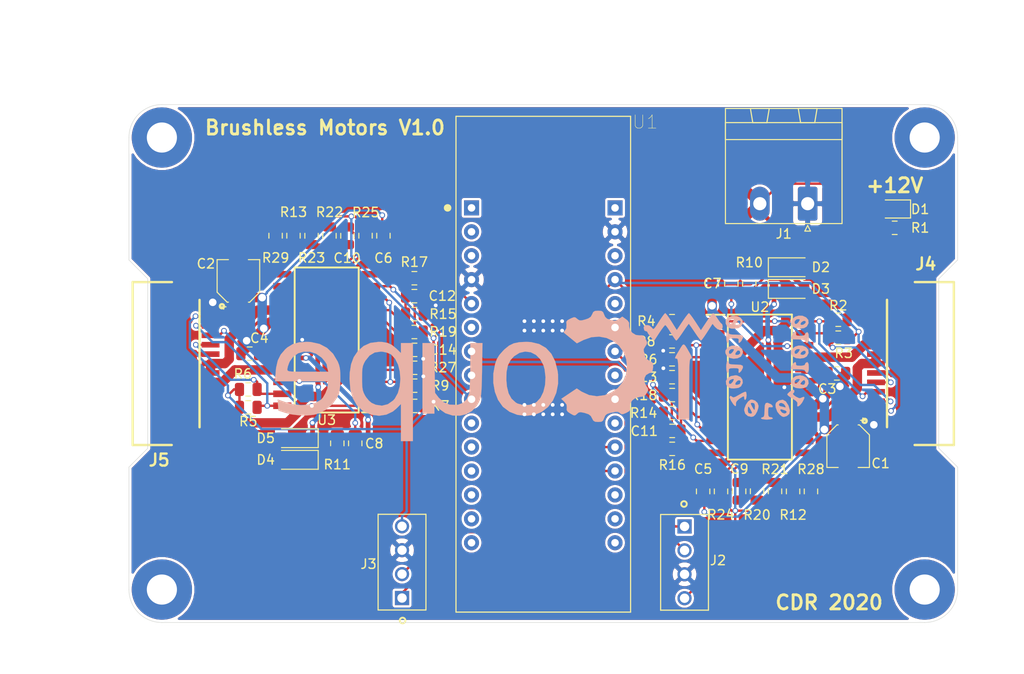
<source format=kicad_pcb>
(kicad_pcb (version 20171130) (host pcbnew "(5.1.4)-1")
  (layers (0 F.Cu signal) (31 B.Cu signal) (34 B.Paste user) (35 F.Paste user) (36 B.SilkS user) (37 F.SilkS user) (38 B.Mask user) (39 F.Mask user) (44 Edge.Cuts user))
  (net 0 "")
  (net 1 +5VL)
  (net 2 "Net-(D1-Pad1)")
  (net 3 +12V)
  (net 4 GND)
  (net 5 "Net-(U1-Pad23)")
  (net 6 "Net-(U1-Pad26)")
  (net 7 "Net-(U1-Pad16)")
  (net 8 "Net-(U1-Pad14)")
  (net 9 "Net-(U1-Pad17)")
  (net 10 "Net-(U1-Pad18)")
  (net 11 "Net-(U1-Pad21)")
  (net 12 "Net-(U1-Pad30)")
  (net 13 "Net-(U1-Pad28)")
  (net 14 "Net-(U1-Pad10)")
  (net 15 "Net-(U1-Pad2)")
  (net 16 "Net-(U1-Pad11)")
  (net 17 "Net-(U1-Pad3)")
  (net 18 "Net-(U1-Pad1)")
  (net 19 "Net-(U1-Pad6)")
  (net 20 "Net-(U1-Pad13)")
  (net 21 "Net-(U1-Pad12)")
  (net 22 "Net-(C5-Pad1)")
  (net 23 "Net-(C6-Pad1)")
  (net 24 "Net-(C7-Pad2)")
  (net 25 "Net-(C7-Pad1)")
  (net 26 "Net-(C8-Pad2)")
  (net 27 "Net-(C8-Pad1)")
  (net 28 "Net-(C9-Pad1)")
  (net 29 "Net-(C10-Pad1)")
  (net 30 "Net-(C11-Pad2)")
  (net 31 "Net-(C12-Pad2)")
  (net 32 "Net-(C13-Pad2)")
  (net 33 "Net-(C14-Pad2)")
  (net 34 "Net-(D2-Pad1)")
  (net 35 "Net-(D4-Pad1)")
  (net 36 /ENC_L_B)
  (net 37 /ENC_L_A)
  (net 38 /ENC_R_B)
  (net 39 /ENC_R_A)
  (net 40 /PHASE1)
  (net 41 /PHASE2)
  (net 42 /PHASE3)
  (net 43 /HALL2)
  (net 44 /HALL1)
  (net 45 /HALL3)
  (net 46 /PHASE1_1)
  (net 47 /PHASE2_1)
  (net 48 /PHASE3_1)
  (net 49 /HALL2_1)
  (net 50 /HALL1_1)
  (net 51 /HALL3_1)
  (net 52 "Net-(R8-Pad1)")
  (net 53 "Net-(R9-Pad1)")
  (net 54 "Net-(R16-Pad2)")
  (net 55 /ENABLE)
  (net 56 "Net-(R17-Pad2)")
  (net 57 /ENABLE_1)
  (net 58 "Net-(R18-Pad2)")
  (net 59 "Net-(R19-Pad2)")
  (net 60 "Net-(R21-Pad1)")
  (net 61 "Net-(R23-Pad1)")
  (net 62 "Net-(R24-Pad2)")
  (net 63 "Net-(R25-Pad2)")
  (net 64 /FWD-REV)
  (net 65 /FWD-REV_1)
  (net 66 "Net-(U1-Pad15)")
  (net 67 "Net-(U1-Pad8)")
  (module villanut_lib:logo_UTCoupe_Big (layer B.Cu) (at 94 78.75 180)
    (fp_text reference G*** hide)
    (fp_text value LOGO hide)
  )
  (module villanut_lib:Headers-Wire_Housings_HEADER_4POS_HE14 (layer F.Cu) (at 109 94.8 270)
    (fp_text reference J2 (at 3.6068 -3.556 180) (layer F.SilkS))
    (fp_text value Conn_01x04)
    (pad 4 thru_hole circle (at 7.62 0 270) (size 1.508 1.508) (drill 1) (layers *.Cu *.Mask) (net 1 +5VL))
    (pad 3 thru_hole circle (at 5.08 0 270) (size 1.508 1.508) (drill 1) (layers *.Cu *.Mask) (net 4 GND))
    (pad 2 thru_hole circle (at 2.54 0 270) (size 1.508 1.508) (drill 1) (layers *.Cu *.Mask) (net 36 /ENC_L_B))
    (pad 1 thru_hole rect (at 0 0 270) (size 1.508 1.508) (drill 1) (layers *.Cu *.Mask) (net 37 /ENC_L_A))
  )
  (module villanut_lib:Headers-Wire_Housings_HEADER_4POS_HE14 (layer F.Cu) (at 79 102.4 90)
    (fp_text reference J3 (at 3.6068 -3.556 180) (layer F.SilkS))
    (fp_text value Conn_01x04)
    (pad 4 thru_hole circle (at 7.62 0 90) (size 1.508 1.508) (drill 1) (layers *.Cu *.Mask) (net 1 +5VL))
    (pad 3 thru_hole circle (at 5.08 0 90) (size 1.508 1.508) (drill 1) (layers *.Cu *.Mask) (net 4 GND))
    (pad 2 thru_hole circle (at 2.54 0 90) (size 1.508 1.508) (drill 1) (layers *.Cu *.Mask) (net 38 /ENC_R_B))
    (pad 1 thru_hole rect (at 0 0 90) (size 1.508 1.508) (drill 1) (layers *.Cu *.Mask) (net 39 /ENC_R_A))
  )
  (module MountingHole:MountingHole_3.2mm_M3_Pad (layer F.Cu) (at 53.5 53.5)
    (fp_text reference REF** hide)
    (fp_text value MountingHole_3.2mm_M3_Pad)
    (pad 1 thru_hole circle (at 0 0) (size 6.4 6.4) (drill 3.2) (layers *.Cu *.Mask))
  )
  (module MountingHole:MountingHole_3.2mm_M3_Pad (layer F.Cu) (at 134.5 53.5)
    (fp_text reference REF** hide)
    (fp_text value MountingHole_3.2mm_M3_Pad)
    (pad 1 thru_hole circle (at 0 0) (size 6.4 6.4) (drill 3.2) (layers *.Cu *.Mask))
  )
  (module MountingHole:MountingHole_3.2mm_M3_Pad (layer F.Cu) (at 134.5 101.5)
    (fp_text reference REF** hide)
    (fp_text value MountingHole_3.2mm_M3_Pad)
    (pad 1 thru_hole circle (at 0 0) (size 6.4 6.4) (drill 3.2) (layers *.Cu *.Mask))
  )
  (module MountingHole:MountingHole_3.2mm_M3_Pad (layer F.Cu) (at 53.5 101.5)
    (fp_text reference REF** hide)
    (fp_text value MountingHole_3.2mm_M3_Pad)
    (pad 1 thru_hole circle (at 0 0) (size 6.4 6.4) (drill 3.2) (layers *.Cu *.Mask))
  )
  (module Connector_Phoenix_MSTB:PhoenixContact_MSTBA_2,5_2-G-5,08_1x02_P5.08mm_Horizontal (layer F.Cu) (at 122.075 60.525 180)
    (fp_text reference J1 (at 2.54 -3.2) (layer F.SilkS))
    (fp_text value Conn_01x02)
    (pad 2 thru_hole oval (at 5.08 0 180) (size 2.08 3.6) (drill 1.4) (layers *.Cu *.Mask) (net 3 +12V))
    (pad 1 thru_hole roundrect (at 0 0 180) (size 2.08 3.6) (drill 1.4) (layers *.Cu *.Mask) (roundrect_rratio 0.120192) (net 4 GND))
  )
  (module LED_SMD:LED_0805_2012Metric (layer F.Cu) (at 131.3166 61.0886 180)
    (fp_text reference D1 (at -2.7 -0.025) (layer F.SilkS))
    (fp_text value LED)
    (pad 2 smd roundrect (at 0.9375 0 180) (size 0.975 1.4) (layers F.Cu F.Paste F.Mask) (net 3 +12V))
    (pad 1 smd roundrect (at -0.9375 0 180) (size 0.975 1.4) (layers F.Cu F.Paste F.Mask) (net 2 "Net-(D1-Pad1)"))
  )
  (module Resistor_SMD:R_0805_2012Metric (layer F.Cu) (at 131.3166 63.0886 180)
    (fp_text reference R1 (at -2.7 0) (layer F.SilkS))
    (fp_text value R)
    (pad 2 smd roundrect (at 0.9375 0 180) (size 0.975 1.4) (layers F.Cu F.Paste F.Mask) (net 4 GND))
    (pad 1 smd roundrect (at -0.9375 0 180) (size 0.975 1.4) (layers F.Cu F.Paste F.Mask) (net 2 "Net-(D1-Pad1)"))
  )
  (module Capacitor_SMD:CP_Elec_4x5.3 (layer F.Cu) (at 126.375 86.275 270)
    (fp_text reference C1 (at 1.825 -3.45 180) (layer F.SilkS))
    (fp_text value 10uF)
    (pad 2 smd roundrect (at 1.8 0 270) (size 2.6 1.6) (layers F.Cu F.Paste F.Mask) (roundrect_rratio 0.15625) (net 4 GND))
    (pad 1 smd roundrect (at -1.8 0 270) (size 2.6 1.6) (layers F.Cu F.Paste F.Mask) (roundrect_rratio 0.15625) (net 3 +12V))
  )
  (module Capacitor_SMD:C_0805_2012Metric (layer F.Cu) (at 125.175 78.55)
    (fp_text reference C3 (at -1.025 1.65) (layer F.SilkS))
    (fp_text value 100nF)
    (pad 2 smd roundrect (at 0.9375 0) (size 0.975 1.4) (layers F.Cu F.Paste F.Mask) (net 4 GND))
    (pad 1 smd roundrect (at -0.9375 0) (size 0.975 1.4) (layers F.Cu F.Paste F.Mask) (net 3 +12V))
  )
  (module Capacitor_SMD:C_0805_2012Metric (layer F.Cu) (at 110.975 91.075 270)
    (fp_text reference C5 (at -2.375 0 180) (layer F.SilkS))
    (fp_text value 220nF)
    (pad 2 smd roundrect (at 0.9375 0 270) (size 0.975 1.4) (layers F.Cu F.Paste F.Mask) (net 3 +12V))
    (pad 1 smd roundrect (at -0.9375 0 270) (size 0.975 1.4) (layers F.Cu F.Paste F.Mask) (net 22 "Net-(C5-Pad1)"))
  )
  (module Capacitor_SMD:C_0805_2012Metric (layer F.Cu) (at 113.9678 69.027 90)
    (fp_text reference C7 (at 0.027 -2.0178 180) (layer F.SilkS))
    (fp_text value 10nF)
    (pad 2 smd roundrect (at 0.9375 0 90) (size 0.975 1.4) (layers F.Cu F.Paste F.Mask) (net 24 "Net-(C7-Pad2)"))
    (pad 1 smd roundrect (at -0.9375 0 90) (size 0.975 1.4) (layers F.Cu F.Paste F.Mask) (net 25 "Net-(C7-Pad1)"))
  )
  (module Capacitor_SMD:C_0805_2012Metric (layer F.Cu) (at 114.7986 91.0662 270)
    (fp_text reference C9 (at -2.3662 -0.0264 180) (layer F.SilkS))
    (fp_text value 100nF)
    (pad 2 smd roundrect (at 0.9375 0 270) (size 0.975 1.4) (layers F.Cu F.Paste F.Mask) (net 4 GND))
    (pad 1 smd roundrect (at -0.9375 0 270) (size 0.975 1.4) (layers F.Cu F.Paste F.Mask) (net 28 "Net-(C9-Pad1)"))
  )
  (module Capacitor_SMD:C_0805_2012Metric (layer F.Cu) (at 107.6884 84.6552)
    (fp_text reference C11 (at -2.9634 0.0198) (layer F.SilkS))
    (fp_text value 10nF)
    (pad 2 smd roundrect (at 0.9375 0) (size 0.975 1.4) (layers F.Cu F.Paste F.Mask) (net 30 "Net-(C11-Pad2)"))
    (pad 1 smd roundrect (at -0.9375 0) (size 0.975 1.4) (layers F.Cu F.Paste F.Mask) (net 4 GND))
  )
  (module Capacitor_SMD:C_0805_2012Metric (layer F.Cu) (at 107.675 78.95)
    (fp_text reference C13 (at -3.025 0) (layer F.SilkS))
    (fp_text value 1nF)
    (pad 2 smd roundrect (at 0.9375 0) (size 0.975 1.4) (layers F.Cu F.Paste F.Mask) (net 32 "Net-(C13-Pad2)"))
    (pad 1 smd roundrect (at -0.9375 0) (size 0.975 1.4) (layers F.Cu F.Paste F.Mask) (net 4 GND))
  )
  (module Resistor_SMD:R_0805_2012Metric (layer F.Cu) (at 107.675 73 180)
    (fp_text reference R4 (at 2.725 0) (layer F.SilkS))
    (fp_text value 10K)
    (pad 2 smd roundrect (at 0.9375 0 180) (size 0.975 1.4) (layers F.Cu F.Paste F.Mask) (net 1 +5VL))
    (pad 1 smd roundrect (at -0.9375 0 180) (size 0.975 1.4) (layers F.Cu F.Paste F.Mask) (net 44 /HALL1))
  )
  (module Resistor_SMD:R_0805_2012Metric (layer F.Cu) (at 107.675 75.15 180)
    (fp_text reference R8 (at 2.725 0) (layer F.SilkS))
    (fp_text value 0.3)
    (pad 2 smd roundrect (at 0.9375 0 180) (size 0.975 1.4) (layers F.Cu F.Paste F.Mask) (net 4 GND))
    (pad 1 smd roundrect (at -0.9375 0 180) (size 0.975 1.4) (layers F.Cu F.Paste F.Mask) (net 52 "Net-(R8-Pad1)"))
  )
  (module Resistor_SMD:R_0805_2012Metric (layer F.Cu) (at 118.6086 91.0662 90)
    (fp_text reference R21 (at 2.3412 -0.0086 180) (layer F.SilkS))
    (fp_text value 0)
    (pad 2 smd roundrect (at 0.9375 0 90) (size 0.975 1.4) (layers F.Cu F.Paste F.Mask) (net 28 "Net-(C9-Pad1)"))
    (pad 1 smd roundrect (at -0.9375 0 90) (size 0.975 1.4) (layers F.Cu F.Paste F.Mask) (net 60 "Net-(R21-Pad1)"))
  )
  (module Resistor_SMD:R_0805_2012Metric (layer F.Cu) (at 112.875 91.075 90)
    (fp_text reference R24 (at -2.475 -0.025 180) (layer F.SilkS))
    (fp_text value 1k)
    (pad 2 smd roundrect (at 0.9375 0 90) (size 0.975 1.4) (layers F.Cu F.Paste F.Mask) (net 62 "Net-(R24-Pad2)"))
    (pad 1 smd roundrect (at -0.9375 0 90) (size 0.975 1.4) (layers F.Cu F.Paste F.Mask) (net 1 +5VL))
  )
  (module villanut_lib:L6235D (layer F.Cu) (at 117 80)
    (fp_text reference U2 (at 0 -8.5) (layer F.SilkS))
    (fp_text value L6235D hide)
    (pad 1 smd rect (at -4.712 -6.985 90) (size 0.7 1.925) (layers F.Cu F.Paste F.Mask) (net 44 /HALL1))
    (pad 2 smd rect (at -4.712 -5.715 90) (size 0.7 1.925) (layers F.Cu F.Paste F.Mask) (net 54 "Net-(R16-Pad2)"))
    (pad 3 smd rect (at -4.712 -4.445 90) (size 0.7 1.925) (layers F.Cu F.Paste F.Mask) (net 52 "Net-(R8-Pad1)"))
    (pad 4 smd rect (at -4.712 -3.175 90) (size 0.7 1.925) (layers F.Cu F.Paste F.Mask) (net 32 "Net-(C13-Pad2)"))
    (pad 5 smd rect (at -4.712 -1.905 90) (size 0.7 1.925) (layers F.Cu F.Paste F.Mask) (net 40 /PHASE1))
    (pad 6 smd rect (at -4.712 -0.635 90) (size 0.7 1.925) (layers F.Cu F.Paste F.Mask) (net 4 GND))
    (pad 7 smd rect (at -4.712 0.635 90) (size 0.7 1.925) (layers F.Cu F.Paste F.Mask) (net 4 GND))
    (pad 8 smd rect (at -4.712 1.905 90) (size 0.7 1.925) (layers F.Cu F.Paste F.Mask) (net 58 "Net-(R18-Pad2)"))
    (pad 9 smd rect (at -4.712 3.175 90) (size 0.7 1.925) (layers F.Cu F.Paste F.Mask) (net 30 "Net-(C11-Pad2)"))
    (pad 10 smd rect (at -4.712 4.445 90) (size 0.7 1.925) (layers F.Cu F.Paste F.Mask) (net 52 "Net-(R8-Pad1)"))
    (pad 11 smd rect (at -4.712 5.715 90) (size 0.7 1.925) (layers F.Cu F.Paste F.Mask) (net 64 /FWD-REV))
    (pad 12 smd rect (at -4.712 6.985 90) (size 0.7 1.925) (layers F.Cu F.Paste F.Mask) (net 54 "Net-(R16-Pad2)"))
    (pad 13 smd rect (at 4.712 6.985 90) (size 0.7 1.925) (layers F.Cu F.Paste F.Mask) (net 28 "Net-(C9-Pad1)"))
    (pad 14 smd rect (at 4.712 5.715 90) (size 0.7 1.925) (layers F.Cu F.Paste F.Mask) (net 62 "Net-(R24-Pad2)"))
    (pad 15 smd rect (at 4.712 4.445 90) (size 0.7 1.925) (layers F.Cu F.Paste F.Mask) (net 22 "Net-(C5-Pad1)"))
    (pad 16 smd rect (at 4.712 3.175 90) (size 0.7 1.925) (layers F.Cu F.Paste F.Mask) (net 42 /PHASE3))
    (pad 17 smd rect (at 4.712 1.905 90) (size 0.7 1.925) (layers F.Cu F.Paste F.Mask) (net 3 +12V))
    (pad 18 smd rect (at 4.712 0.635 90) (size 0.7 1.925) (layers F.Cu F.Paste F.Mask) (net 4 GND))
    (pad 19 smd rect (at 4.712 -0.635 90) (size 0.7 1.925) (layers F.Cu F.Paste F.Mask) (net 4 GND))
    (pad 20 smd rect (at 4.712 -1.905 90) (size 0.7 1.925) (layers F.Cu F.Paste F.Mask) (net 3 +12V))
    (pad 21 smd rect (at 4.712 -3.175 90) (size 0.7 1.925) (layers F.Cu F.Paste F.Mask) (net 41 /PHASE2))
    (pad 22 smd rect (at 4.712 -4.445 90) (size 0.7 1.925) (layers F.Cu F.Paste F.Mask) (net 25 "Net-(C7-Pad1)"))
    (pad 23 smd rect (at 4.712 -5.715 90) (size 0.7 1.925) (layers F.Cu F.Paste F.Mask) (net 43 /HALL2))
    (pad 24 smd rect (at 4.712 -6.985 90) (size 0.7 1.925) (layers F.Cu F.Paste F.Mask) (net 45 /HALL3))
  )
  (module villanut_lib:Molex_01x11_1mm_pitch_FFC-FPC (layer F.Cu) (at 130.5 86.15 90)
    (fp_text reference J4 (at 19.221 4.12 180) (layer F.SilkS) (effects (font (size 1.27 1.27) (thickness 0.254))))
    (fp_text value Molex hide)
    (pad 13 smd rect (at 16.8 1.182 90) (size 2.1 2.8) (layers F.Cu F.Paste F.Mask))
    (pad 12 smd rect (at 0.5 1.182 90) (size 2.1 2.8) (layers F.Cu F.Paste F.Mask))
    (pad 11 smd rect (at 13.65 -1.168 90) (size 0.6 1.9) (layers F.Cu F.Paste F.Mask) (net 40 /PHASE1))
    (pad 10 smd rect (at 12.65 -1.168 90) (size 0.6 1.9) (layers F.Cu F.Paste F.Mask) (net 40 /PHASE1))
    (pad 9 smd rect (at 11.65 -1.168 90) (size 0.6 1.9) (layers F.Cu F.Paste F.Mask) (net 41 /PHASE2))
    (pad 8 smd rect (at 10.65 -1.168 90) (size 0.6 1.9) (layers F.Cu F.Paste F.Mask) (net 41 /PHASE2))
    (pad 7 smd rect (at 9.65 -1.168 90) (size 0.6 1.9) (layers F.Cu F.Paste F.Mask) (net 42 /PHASE3))
    (pad 6 smd rect (at 8.65 -1.168 90) (size 0.6 1.9) (layers F.Cu F.Paste F.Mask) (net 42 /PHASE3))
    (pad 5 smd rect (at 7.65 -1.168 90) (size 0.6 1.9) (layers F.Cu F.Paste F.Mask) (net 4 GND))
    (pad 4 smd rect (at 6.65 -1.168 90) (size 0.6 1.9) (layers F.Cu F.Paste F.Mask) (net 43 /HALL2))
    (pad 3 smd rect (at 5.65 -1.168 90) (size 0.6 1.9) (layers F.Cu F.Paste F.Mask) (net 44 /HALL1))
    (pad 2 smd rect (at 4.65 -1.168 90) (size 0.6 1.9) (layers F.Cu F.Paste F.Mask) (net 45 /HALL3))
    (pad 1 smd rect (at 3.65 -1.168 90) (size 0.6 1.9) (layers F.Cu F.Paste F.Mask) (net 1 +5VL))
  )
  (module Resistor_SMD:R_0805_2012Metric (layer F.Cu) (at 125.325 72.85)
    (fp_text reference R2 (at 0 -1.5) (layer F.SilkS))
    (fp_text value 10K)
    (pad 2 smd roundrect (at 0.9375 0) (size 0.975 1.4) (layers F.Cu F.Paste F.Mask) (net 1 +5VL))
    (pad 1 smd roundrect (at -0.9375 0) (size 0.975 1.4) (layers F.Cu F.Paste F.Mask) (net 45 /HALL3))
  )
  (module Resistor_SMD:R_0805_2012Metric (layer F.Cu) (at 125.325 74.75)
    (fp_text reference R3 (at 0.575 1.65) (layer F.SilkS))
    (fp_text value 10K)
    (pad 2 smd roundrect (at 0.9375 0) (size 0.975 1.4) (layers F.Cu F.Paste F.Mask) (net 1 +5VL))
    (pad 1 smd roundrect (at -0.9375 0) (size 0.975 1.4) (layers F.Cu F.Paste F.Mask) (net 43 /HALL2))
  )
  (module Resistor_SMD:R_0805_2012Metric (layer F.Cu) (at 115.8728 69.027 270)
    (fp_text reference R10 (at -2.252 -0.0022 180) (layer F.SilkS))
    (fp_text value 100)
    (pad 2 smd roundrect (at 0.9375 0 270) (size 0.975 1.4) (layers F.Cu F.Paste F.Mask) (net 34 "Net-(D2-Pad1)"))
    (pad 1 smd roundrect (at -0.9375 0 270) (size 0.975 1.4) (layers F.Cu F.Paste F.Mask) (net 24 "Net-(C7-Pad2)"))
  )
  (module Resistor_SMD:R_0805_2012Metric (layer F.Cu) (at 120.525 91.075 90)
    (fp_text reference R12 (at -2.5 0 180) (layer F.SilkS))
    (fp_text value 56K)
    (pad 2 smd roundrect (at 0.9375 0 90) (size 0.975 1.4) (layers F.Cu F.Paste F.Mask) (net 28 "Net-(C9-Pad1)"))
    (pad 1 smd roundrect (at -0.9375 0 90) (size 0.975 1.4) (layers F.Cu F.Paste F.Mask) (net 1 +5VL))
  )
  (module Resistor_SMD:R_0805_2012Metric (layer F.Cu) (at 107.6884 82.7502 180)
    (fp_text reference R14 (at 3.0384 0.0002) (layer F.SilkS))
    (fp_text value 47k)
    (pad 2 smd roundrect (at 0.9375 0 180) (size 0.975 1.4) (layers F.Cu F.Paste F.Mask) (net 4 GND))
    (pad 1 smd roundrect (at -0.9375 0 180) (size 0.975 1.4) (layers F.Cu F.Paste F.Mask) (net 30 "Net-(C11-Pad2)"))
  )
  (module Resistor_SMD:R_0805_2012Metric (layer F.Cu) (at 107.6884 86.5602)
    (fp_text reference R16 (at 0.0116 1.7148) (layer F.SilkS))
    (fp_text value 100k)
    (pad 2 smd roundrect (at 0.9375 0) (size 0.975 1.4) (layers F.Cu F.Paste F.Mask) (net 54 "Net-(R16-Pad2)"))
    (pad 1 smd roundrect (at -0.9375 0) (size 0.975 1.4) (layers F.Cu F.Paste F.Mask) (net 55 /ENABLE))
  )
  (module Resistor_SMD:R_0805_2012Metric (layer F.Cu) (at 107.6875 80.85)
    (fp_text reference R18 (at -3.0375 0.025) (layer F.SilkS))
    (fp_text value 1k)
    (pad 2 smd roundrect (at 0.9375 0) (size 0.975 1.4) (layers F.Cu F.Paste F.Mask) (net 58 "Net-(R18-Pad2)"))
    (pad 1 smd roundrect (at -0.9375 0) (size 0.975 1.4) (layers F.Cu F.Paste F.Mask) (net 1 +5VL))
  )
  (module Resistor_SMD:R_0805_2012Metric (layer F.Cu) (at 116.7036 91.0662 90)
    (fp_text reference R20 (at -2.5088 -0.0036 180) (layer F.SilkS))
    (fp_text value 0)
    (pad 2 smd roundrect (at 0.9375 0 90) (size 0.975 1.4) (layers F.Cu F.Paste F.Mask) (net 28 "Net-(C9-Pad1)"))
    (pad 1 smd roundrect (at -0.9375 0 90) (size 0.975 1.4) (layers F.Cu F.Paste F.Mask) (net 1 +5VL))
  )
  (module Resistor_SMD:R_0805_2012Metric (layer F.Cu) (at 107.675 77.05 180)
    (fp_text reference R26 (at 3 -0.025) (layer F.SilkS))
    (fp_text value 33k)
    (pad 2 smd roundrect (at 0.9375 0 180) (size 0.975 1.4) (layers F.Cu F.Paste F.Mask) (net 4 GND))
    (pad 1 smd roundrect (at -0.9375 0 180) (size 0.975 1.4) (layers F.Cu F.Paste F.Mask) (net 32 "Net-(C13-Pad2)"))
  )
  (module Resistor_SMD:R_0805_2012Metric (layer F.Cu) (at 122.425 91.075 270)
    (fp_text reference R28 (at -2.35 0 180) (layer F.SilkS))
    (fp_text value 15K)
    (pad 2 smd roundrect (at 0.9375 0 270) (size 0.975 1.4) (layers F.Cu F.Paste F.Mask) (net 4 GND))
    (pad 1 smd roundrect (at -0.9375 0 270) (size 0.975 1.4) (layers F.Cu F.Paste F.Mask) (net 60 "Net-(R21-Pad1)"))
  )
  (module Diode_SMD:D_SOD-123 (layer F.Cu) (at 120.15 67.275)
    (fp_text reference D2 (at 3.325 0) (layer F.SilkS))
    (fp_text value 1N4148W)
    (pad 2 smd rect (at 1.65 0) (size 0.9 1.2) (layers F.Cu F.Paste F.Mask) (net 3 +12V))
    (pad 1 smd rect (at -1.65 0) (size 0.9 1.2) (layers F.Cu F.Paste F.Mask) (net 34 "Net-(D2-Pad1)"))
  )
  (module Diode_SMD:D_SOD-123 (layer F.Cu) (at 120.15 69.575)
    (fp_text reference D3 (at 3.325 0) (layer F.SilkS))
    (fp_text value 1N4148W)
    (pad 2 smd rect (at 1.65 0) (size 0.9 1.2) (layers F.Cu F.Paste F.Mask) (net 34 "Net-(D2-Pad1)"))
    (pad 1 smd rect (at -1.65 0) (size 0.9 1.2) (layers F.Cu F.Paste F.Mask) (net 22 "Net-(C5-Pad1)"))
  )
  (module villanut_lib:NUCLEO-F303K8 (layer F.Cu) (at 94 78.75)
    (fp_text reference U1 (at 10.825 -26.9) (layer F.SilkS) (effects (font (size 1.40238 1.40238) (thickness 0.05))))
    (fp_text value Nucleo-F303K8)
    (pad 16 thru_hole circle (at 7.62 17.78) (size 1.6 1.6) (drill 0.8) (layers *.Cu *.Mask) (net 7 "Net-(U1-Pad16)"))
    (pad 15 thru_hole circle (at -7.62 17.78) (size 1.6 1.6) (drill 0.8) (layers *.Cu *.Mask) (net 66 "Net-(U1-Pad15)"))
    (pad 17 thru_hole circle (at 7.62 15.24) (size 1.6 1.6) (drill 0.8) (layers *.Cu *.Mask) (net 9 "Net-(U1-Pad17)"))
    (pad 14 thru_hole circle (at -7.62 15.24) (size 1.6 1.6) (drill 0.8) (layers *.Cu *.Mask) (net 8 "Net-(U1-Pad14)"))
    (pad 18 thru_hole circle (at 7.62 12.7) (size 1.6 1.6) (drill 0.8) (layers *.Cu *.Mask) (net 10 "Net-(U1-Pad18)"))
    (pad 13 thru_hole circle (at -7.62 12.7) (size 1.6 1.6) (drill 0.8) (layers *.Cu *.Mask) (net 20 "Net-(U1-Pad13)"))
    (pad 19 thru_hole circle (at 7.62 10.16) (size 1.6 1.6) (drill 0.8) (layers *.Cu *.Mask) (net 39 /ENC_R_A))
    (pad 12 thru_hole circle (at -7.62 10.16) (size 1.6 1.6) (drill 0.8) (layers *.Cu *.Mask) (net 21 "Net-(U1-Pad12)"))
    (pad 20 thru_hole circle (at 7.62 7.62) (size 1.6 1.6) (drill 0.8) (layers *.Cu *.Mask) (net 38 /ENC_R_B))
    (pad 11 thru_hole circle (at -7.62 7.62) (size 1.6 1.6) (drill 0.8) (layers *.Cu *.Mask) (net 16 "Net-(U1-Pad11)"))
    (pad 21 thru_hole circle (at 7.62 5.08) (size 1.6 1.6) (drill 0.8) (layers *.Cu *.Mask) (net 11 "Net-(U1-Pad21)"))
    (pad 10 thru_hole circle (at -7.62 5.08) (size 1.6 1.6) (drill 0.8) (layers *.Cu *.Mask) (net 14 "Net-(U1-Pad10)"))
    (pad 22 thru_hole circle (at 7.62 2.54) (size 1.6 1.6) (drill 0.8) (layers *.Cu *.Mask) (net 36 /ENC_L_B))
    (pad 9 thru_hole circle (at -7.62 2.54) (size 1.6 1.6) (drill 0.8) (layers *.Cu *.Mask) (net 65 /FWD-REV_1))
    (pad 23 thru_hole circle (at 7.62 0) (size 1.6 1.6) (drill 0.8) (layers *.Cu *.Mask) (net 5 "Net-(U1-Pad23)"))
    (pad 8 thru_hole circle (at -7.62 0) (size 1.6 1.6) (drill 0.8) (layers *.Cu *.Mask) (net 67 "Net-(U1-Pad8)"))
    (pad 24 thru_hole circle (at 7.62 -2.54) (size 1.6 1.6) (drill 0.8) (layers *.Cu *.Mask) (net 37 /ENC_L_A))
    (pad 7 thru_hole circle (at -7.62 -2.54) (size 1.6 1.6) (drill 0.8) (layers *.Cu *.Mask) (net 64 /FWD-REV))
    (pad 25 thru_hole circle (at 7.62 -5.08) (size 1.6 1.6) (drill 0.8) (layers *.Cu *.Mask) (net 55 /ENABLE))
    (pad 6 thru_hole circle (at -7.62 -5.08) (size 1.6 1.6) (drill 0.8) (layers *.Cu *.Mask) (net 19 "Net-(U1-Pad6)"))
    (pad 26 thru_hole circle (at 7.62 -7.62) (size 1.6 1.6) (drill 0.8) (layers *.Cu *.Mask) (net 6 "Net-(U1-Pad26)"))
    (pad 5 thru_hole circle (at -7.62 -7.62) (size 1.6 1.6) (drill 0.8) (layers *.Cu *.Mask) (net 57 /ENABLE_1))
    (pad 27 thru_hole circle (at 7.62 -10.16) (size 1.6 1.6) (drill 0.8) (layers *.Cu *.Mask) (net 1 +5VL))
    (pad 4 thru_hole circle (at -7.62 -10.16) (size 1.6 1.6) (drill 0.8) (layers *.Cu *.Mask) (net 4 GND))
    (pad 28 thru_hole circle (at 7.62 -12.7) (size 1.6 1.6) (drill 0.8) (layers *.Cu *.Mask) (net 13 "Net-(U1-Pad28)"))
    (pad 3 thru_hole circle (at -7.62 -12.7) (size 1.6 1.6) (drill 0.8) (layers *.Cu *.Mask) (net 17 "Net-(U1-Pad3)"))
    (pad 29 thru_hole circle (at 7.62 -15.24) (size 1.6 1.6) (drill 0.8) (layers *.Cu *.Mask) (net 4 GND))
    (pad 2 thru_hole circle (at -7.62 -15.24) (size 1.6 1.6) (drill 0.8) (layers *.Cu *.Mask) (net 15 "Net-(U1-Pad2)"))
    (pad 30 thru_hole rect (at 7.62 -17.78) (size 1.6 1.6) (drill 0.8) (layers *.Cu *.Mask) (net 12 "Net-(U1-Pad30)"))
    (pad 1 thru_hole rect (at -7.62 -17.78) (size 1.6 1.6) (drill 0.8) (layers *.Cu *.Mask) (net 18 "Net-(U1-Pad1)"))
  )
  (module Resistor_SMD:R_0805_2012Metric (layer F.Cu) (at 62.675 82.15 180)
    (fp_text reference R5 (at 0 -1.5) (layer F.SilkS))
    (fp_text value 10K)
    (pad 1 smd roundrect (at -0.9375 0 180) (size 0.975 1.4) (layers F.Cu F.Paste F.Mask) (net 51 /HALL3_1))
    (pad 2 smd roundrect (at 0.9375 0 180) (size 0.975 1.4) (layers F.Cu F.Paste F.Mask) (net 1 +5VL))
  )
  (module Resistor_SMD:R_0805_2012Metric (layer F.Cu) (at 80.325 82)
    (fp_text reference R7 (at 2.725 0) (layer F.SilkS))
    (fp_text value 10K)
    (pad 1 smd roundrect (at -0.9375 0) (size 0.975 1.4) (layers F.Cu F.Paste F.Mask) (net 50 /HALL1_1))
    (pad 2 smd roundrect (at 0.9375 0) (size 0.975 1.4) (layers F.Cu F.Paste F.Mask) (net 1 +5VL))
  )
  (module villanut_lib:Molex_01x11_1mm_pitch_FFC-FPC (layer F.Cu) (at 57.5 68.85 270)
    (fp_text reference J5 (at 18.907 4.287 180) (layer F.SilkS) (effects (font (size 1.27 1.27) (thickness 0.254))))
    (fp_text value Molex hide)
    (pad 1 smd rect (at 3.65 -1.168 270) (size 0.6 1.9) (layers F.Cu F.Paste F.Mask) (net 1 +5VL))
    (pad 2 smd rect (at 4.65 -1.168 270) (size 0.6 1.9) (layers F.Cu F.Paste F.Mask) (net 51 /HALL3_1))
    (pad 3 smd rect (at 5.65 -1.168 270) (size 0.6 1.9) (layers F.Cu F.Paste F.Mask) (net 50 /HALL1_1))
    (pad 4 smd rect (at 6.65 -1.168 270) (size 0.6 1.9) (layers F.Cu F.Paste F.Mask) (net 49 /HALL2_1))
    (pad 5 smd rect (at 7.65 -1.168 270) (size 0.6 1.9) (layers F.Cu F.Paste F.Mask) (net 4 GND))
    (pad 6 smd rect (at 8.65 -1.168 270) (size 0.6 1.9) (layers F.Cu F.Paste F.Mask) (net 48 /PHASE3_1))
    (pad 7 smd rect (at 9.65 -1.168 270) (size 0.6 1.9) (layers F.Cu F.Paste F.Mask) (net 48 /PHASE3_1))
    (pad 8 smd rect (at 10.65 -1.168 270) (size 0.6 1.9) (layers F.Cu F.Paste F.Mask) (net 47 /PHASE2_1))
    (pad 9 smd rect (at 11.65 -1.168 270) (size 0.6 1.9) (layers F.Cu F.Paste F.Mask) (net 47 /PHASE2_1))
    (pad 10 smd rect (at 12.65 -1.168 270) (size 0.6 1.9) (layers F.Cu F.Paste F.Mask) (net 46 /PHASE1_1))
    (pad 11 smd rect (at 13.65 -1.168 270) (size 0.6 1.9) (layers F.Cu F.Paste F.Mask) (net 46 /PHASE1_1))
    (pad 12 smd rect (at 0.5 1.182 270) (size 2.1 2.8) (layers F.Cu F.Paste F.Mask))
    (pad 13 smd rect (at 16.8 1.182 270) (size 2.1 2.8) (layers F.Cu F.Paste F.Mask))
  )
  (module Capacitor_SMD:C_0805_2012Metric (layer F.Cu) (at 74.0322 85.973 270)
    (fp_text reference C8 (at 0.027 -2.0178 180) (layer F.SilkS))
    (fp_text value 10nF)
    (pad 1 smd roundrect (at -0.9375 0 270) (size 0.975 1.4) (layers F.Cu F.Paste F.Mask) (net 27 "Net-(C8-Pad1)"))
    (pad 2 smd roundrect (at 0.9375 0 270) (size 0.975 1.4) (layers F.Cu F.Paste F.Mask) (net 26 "Net-(C8-Pad2)"))
  )
  (module Resistor_SMD:R_0805_2012Metric (layer F.Cu) (at 80.325 79.85)
    (fp_text reference R9 (at 2.725 0) (layer F.SilkS))
    (fp_text value 0.3)
    (pad 1 smd roundrect (at -0.9375 0) (size 0.975 1.4) (layers F.Cu F.Paste F.Mask) (net 53 "Net-(R9-Pad1)"))
    (pad 2 smd roundrect (at 0.9375 0) (size 0.975 1.4) (layers F.Cu F.Paste F.Mask) (net 4 GND))
  )
  (module Resistor_SMD:R_0805_2012Metric (layer F.Cu) (at 69.3914 63.9338 270)
    (fp_text reference R23 (at 2.3412 -0.0086 180) (layer F.SilkS))
    (fp_text value 0)
    (pad 1 smd roundrect (at -0.9375 0 270) (size 0.975 1.4) (layers F.Cu F.Paste F.Mask) (net 61 "Net-(R23-Pad1)"))
    (pad 2 smd roundrect (at 0.9375 0 270) (size 0.975 1.4) (layers F.Cu F.Paste F.Mask) (net 29 "Net-(C10-Pad1)"))
  )
  (module Resistor_SMD:R_0805_2012Metric (layer F.Cu) (at 75.125 63.925 270)
    (fp_text reference R25 (at -2.475 -0.025 180) (layer F.SilkS))
    (fp_text value 1k)
    (pad 1 smd roundrect (at -0.9375 0 270) (size 0.975 1.4) (layers F.Cu F.Paste F.Mask) (net 1 +5VL))
    (pad 2 smd roundrect (at 0.9375 0 270) (size 0.975 1.4) (layers F.Cu F.Paste F.Mask) (net 63 "Net-(R25-Pad2)"))
  )
  (module Capacitor_SMD:C_0805_2012Metric (layer F.Cu) (at 80.3116 70.3448 180)
    (fp_text reference C12 (at -2.9634 0.0198) (layer F.SilkS))
    (fp_text value 10nF)
    (pad 1 smd roundrect (at -0.9375 0 180) (size 0.975 1.4) (layers F.Cu F.Paste F.Mask) (net 4 GND))
    (pad 2 smd roundrect (at 0.9375 0 180) (size 0.975 1.4) (layers F.Cu F.Paste F.Mask) (net 31 "Net-(C12-Pad2)"))
  )
  (module Resistor_SMD:R_0805_2012Metric (layer F.Cu) (at 65.575 63.925 90)
    (fp_text reference R29 (at -2.35 0 180) (layer F.SilkS))
    (fp_text value 15K)
    (pad 1 smd roundrect (at -0.9375 0 90) (size 0.975 1.4) (layers F.Cu F.Paste F.Mask) (net 61 "Net-(R23-Pad1)"))
    (pad 2 smd roundrect (at 0.9375 0 90) (size 0.975 1.4) (layers F.Cu F.Paste F.Mask) (net 4 GND))
  )
  (module Resistor_SMD:R_0805_2012Metric (layer F.Cu) (at 80.3116 72.2498)
    (fp_text reference R15 (at 3.0384 0.0002) (layer F.SilkS))
    (fp_text value 47k)
    (pad 1 smd roundrect (at -0.9375 0) (size 0.975 1.4) (layers F.Cu F.Paste F.Mask) (net 31 "Net-(C12-Pad2)"))
    (pad 2 smd roundrect (at 0.9375 0) (size 0.975 1.4) (layers F.Cu F.Paste F.Mask) (net 4 GND))
  )
  (module Resistor_SMD:R_0805_2012Metric (layer F.Cu) (at 72.1272 85.973 90)
    (fp_text reference R11 (at -2.252 -0.0022 180) (layer F.SilkS))
    (fp_text value 100)
    (pad 1 smd roundrect (at -0.9375 0 90) (size 0.975 1.4) (layers F.Cu F.Paste F.Mask) (net 26 "Net-(C8-Pad2)"))
    (pad 2 smd roundrect (at 0.9375 0 90) (size 0.975 1.4) (layers F.Cu F.Paste F.Mask) (net 35 "Net-(D4-Pad1)"))
  )
  (module Resistor_SMD:R_0805_2012Metric (layer F.Cu) (at 80.3116 68.4398 180)
    (fp_text reference R17 (at 0.0116 1.7148) (layer F.SilkS))
    (fp_text value 100k)
    (pad 1 smd roundrect (at -0.9375 0 180) (size 0.975 1.4) (layers F.Cu F.Paste F.Mask) (net 57 /ENABLE_1))
    (pad 2 smd roundrect (at 0.9375 0 180) (size 0.975 1.4) (layers F.Cu F.Paste F.Mask) (net 56 "Net-(R17-Pad2)"))
  )
  (module Diode_SMD:D_SOD-123 (layer F.Cu) (at 67.85 87.725 180)
    (fp_text reference D4 (at 3.325 0) (layer F.SilkS))
    (fp_text value 1N4148W)
    (pad 1 smd rect (at -1.65 0 180) (size 0.9 1.2) (layers F.Cu F.Paste F.Mask) (net 35 "Net-(D4-Pad1)"))
    (pad 2 smd rect (at 1.65 0 180) (size 0.9 1.2) (layers F.Cu F.Paste F.Mask) (net 3 +12V))
  )
  (module Capacitor_SMD:C_0805_2012Metric (layer F.Cu) (at 62.825 76.45 180)
    (fp_text reference C4 (at -1.025 1.65) (layer F.SilkS))
    (fp_text value 100nF)
    (pad 1 smd roundrect (at -0.9375 0 180) (size 0.975 1.4) (layers F.Cu F.Paste F.Mask) (net 3 +12V))
    (pad 2 smd roundrect (at 0.9375 0 180) (size 0.975 1.4) (layers F.Cu F.Paste F.Mask) (net 4 GND))
  )
  (module Resistor_SMD:R_0805_2012Metric (layer F.Cu) (at 62.675 80.25 180)
    (fp_text reference R6 (at 0.575 1.65) (layer F.SilkS))
    (fp_text value 10K)
    (pad 1 smd roundrect (at -0.9375 0 180) (size 0.975 1.4) (layers F.Cu F.Paste F.Mask) (net 49 /HALL2_1))
    (pad 2 smd roundrect (at 0.9375 0 180) (size 0.975 1.4) (layers F.Cu F.Paste F.Mask) (net 1 +5VL))
  )
  (module Capacitor_SMD:C_0805_2012Metric (layer F.Cu) (at 73.2014 63.9338 90)
    (fp_text reference C10 (at -2.3662 -0.0264 180) (layer F.SilkS))
    (fp_text value 100nF)
    (pad 1 smd roundrect (at -0.9375 0 90) (size 0.975 1.4) (layers F.Cu F.Paste F.Mask) (net 29 "Net-(C10-Pad1)"))
    (pad 2 smd roundrect (at 0.9375 0 90) (size 0.975 1.4) (layers F.Cu F.Paste F.Mask) (net 4 GND))
  )
  (module Resistor_SMD:R_0805_2012Metric (layer F.Cu) (at 80.3125 74.15 180)
    (fp_text reference R19 (at -3.0375 0.025) (layer F.SilkS))
    (fp_text value 1k)
    (pad 1 smd roundrect (at -0.9375 0 180) (size 0.975 1.4) (layers F.Cu F.Paste F.Mask) (net 1 +5VL))
    (pad 2 smd roundrect (at 0.9375 0 180) (size 0.975 1.4) (layers F.Cu F.Paste F.Mask) (net 59 "Net-(R19-Pad2)"))
  )
  (module Resistor_SMD:R_0805_2012Metric (layer F.Cu) (at 71.2964 63.9338 270)
    (fp_text reference R22 (at -2.5088 -0.0036 180) (layer F.SilkS))
    (fp_text value 0)
    (pad 1 smd roundrect (at -0.9375 0 270) (size 0.975 1.4) (layers F.Cu F.Paste F.Mask) (net 1 +5VL))
    (pad 2 smd roundrect (at 0.9375 0 270) (size 0.975 1.4) (layers F.Cu F.Paste F.Mask) (net 29 "Net-(C10-Pad1)"))
  )
  (module Capacitor_SMD:CP_Elec_4x5.3 (layer F.Cu) (at 61.625 68.725 90)
    (fp_text reference C2 (at 1.825 -3.45 180) (layer F.SilkS))
    (fp_text value 10uF)
    (pad 1 smd roundrect (at -1.8 0 90) (size 2.6 1.6) (layers F.Cu F.Paste F.Mask) (roundrect_rratio 0.15625) (net 3 +12V))
    (pad 2 smd roundrect (at 1.8 0 90) (size 2.6 1.6) (layers F.Cu F.Paste F.Mask) (roundrect_rratio 0.15625) (net 4 GND))
  )
  (module Capacitor_SMD:C_0805_2012Metric (layer F.Cu) (at 80.325 76.05 180)
    (fp_text reference C14 (at -3.025 0) (layer F.SilkS))
    (fp_text value 1nF)
    (pad 1 smd roundrect (at -0.9375 0 180) (size 0.975 1.4) (layers F.Cu F.Paste F.Mask) (net 4 GND))
    (pad 2 smd roundrect (at 0.9375 0 180) (size 0.975 1.4) (layers F.Cu F.Paste F.Mask) (net 33 "Net-(C14-Pad2)"))
  )
  (module Resistor_SMD:R_0805_2012Metric (layer F.Cu) (at 67.475 63.925 270)
    (fp_text reference R13 (at -2.5 0 180) (layer F.SilkS))
    (fp_text value 56K)
    (pad 1 smd roundrect (at -0.9375 0 270) (size 0.975 1.4) (layers F.Cu F.Paste F.Mask) (net 1 +5VL))
    (pad 2 smd roundrect (at 0.9375 0 270) (size 0.975 1.4) (layers F.Cu F.Paste F.Mask) (net 29 "Net-(C10-Pad1)"))
  )
  (module villanut_lib:L6235D (layer F.Cu) (at 71 75 180)
    (fp_text reference U3 (at 0 -8.5) (layer F.SilkS))
    (fp_text value L6235D hide)
    (pad 24 smd rect (at 4.712 -6.985 270) (size 0.7 1.925) (layers F.Cu F.Paste F.Mask) (net 51 /HALL3_1))
    (pad 23 smd rect (at 4.712 -5.715 270) (size 0.7 1.925) (layers F.Cu F.Paste F.Mask) (net 49 /HALL2_1))
    (pad 22 smd rect (at 4.712 -4.445 270) (size 0.7 1.925) (layers F.Cu F.Paste F.Mask) (net 27 "Net-(C8-Pad1)"))
    (pad 21 smd rect (at 4.712 -3.175 270) (size 0.7 1.925) (layers F.Cu F.Paste F.Mask) (net 47 /PHASE2_1))
    (pad 20 smd rect (at 4.712 -1.905 270) (size 0.7 1.925) (layers F.Cu F.Paste F.Mask) (net 3 +12V))
    (pad 19 smd rect (at 4.712 -0.635 270) (size 0.7 1.925) (layers F.Cu F.Paste F.Mask) (net 4 GND))
    (pad 18 smd rect (at 4.712 0.635 270) (size 0.7 1.925) (layers F.Cu F.Paste F.Mask) (net 4 GND))
    (pad 17 smd rect (at 4.712 1.905 270) (size 0.7 1.925) (layers F.Cu F.Paste F.Mask) (net 3 +12V))
    (pad 16 smd rect (at 4.712 3.175 270) (size 0.7 1.925) (layers F.Cu F.Paste F.Mask) (net 48 /PHASE3_1))
    (pad 15 smd rect (at 4.712 4.445 270) (size 0.7 1.925) (layers F.Cu F.Paste F.Mask) (net 23 "Net-(C6-Pad1)"))
    (pad 14 smd rect (at 4.712 5.715 270) (size 0.7 1.925) (layers F.Cu F.Paste F.Mask) (net 63 "Net-(R25-Pad2)"))
    (pad 13 smd rect (at 4.712 6.985 270) (size 0.7 1.925) (layers F.Cu F.Paste F.Mask) (net 29 "Net-(C10-Pad1)"))
    (pad 12 smd rect (at -4.712 6.985 270) (size 0.7 1.925) (layers F.Cu F.Paste F.Mask) (net 56 "Net-(R17-Pad2)"))
    (pad 11 smd rect (at -4.712 5.715 270) (size 0.7 1.925) (layers F.Cu F.Paste F.Mask) (net 65 /FWD-REV_1))
    (pad 10 smd rect (at -4.712 4.445 270) (size 0.7 1.925) (layers F.Cu F.Paste F.Mask) (net 53 "Net-(R9-Pad1)"))
    (pad 9 smd rect (at -4.712 3.175 270) (size 0.7 1.925) (layers F.Cu F.Paste F.Mask) (net 31 "Net-(C12-Pad2)"))
    (pad 8 smd rect (at -4.712 1.905 270) (size 0.7 1.925) (layers F.Cu F.Paste F.Mask) (net 59 "Net-(R19-Pad2)"))
    (pad 7 smd rect (at -4.712 0.635 270) (size 0.7 1.925) (layers F.Cu F.Paste F.Mask) (net 4 GND))
    (pad 6 smd rect (at -4.712 -0.635 270) (size 0.7 1.925) (layers F.Cu F.Paste F.Mask) (net 4 GND))
    (pad 5 smd rect (at -4.712 -1.905 270) (size 0.7 1.925) (layers F.Cu F.Paste F.Mask) (net 46 /PHASE1_1))
    (pad 4 smd rect (at -4.712 -3.175 270) (size 0.7 1.925) (layers F.Cu F.Paste F.Mask) (net 33 "Net-(C14-Pad2)"))
    (pad 3 smd rect (at -4.712 -4.445 270) (size 0.7 1.925) (layers F.Cu F.Paste F.Mask) (net 53 "Net-(R9-Pad1)"))
    (pad 2 smd rect (at -4.712 -5.715 270) (size 0.7 1.925) (layers F.Cu F.Paste F.Mask) (net 56 "Net-(R17-Pad2)"))
    (pad 1 smd rect (at -4.712 -6.985 270) (size 0.7 1.925) (layers F.Cu F.Paste F.Mask) (net 50 /HALL1_1))
  )
  (module Resistor_SMD:R_0805_2012Metric (layer F.Cu) (at 80.325 77.95)
    (fp_text reference R27 (at 3 -0.025) (layer F.SilkS))
    (fp_text value 33k)
    (pad 1 smd roundrect (at -0.9375 0) (size 0.975 1.4) (layers F.Cu F.Paste F.Mask) (net 33 "Net-(C14-Pad2)"))
    (pad 2 smd roundrect (at 0.9375 0) (size 0.975 1.4) (layers F.Cu F.Paste F.Mask) (net 4 GND))
  )
  (module Diode_SMD:D_SOD-123 (layer F.Cu) (at 67.85 85.425 180)
    (fp_text reference D5 (at 3.325 0) (layer F.SilkS))
    (fp_text value 1N4148W)
    (pad 1 smd rect (at -1.65 0 180) (size 0.9 1.2) (layers F.Cu F.Paste F.Mask) (net 23 "Net-(C6-Pad1)"))
    (pad 2 smd rect (at 1.65 0 180) (size 0.9 1.2) (layers F.Cu F.Paste F.Mask) (net 35 "Net-(D4-Pad1)"))
  )
  (module Capacitor_SMD:C_0805_2012Metric (layer F.Cu) (at 77.025 63.925 90)
    (fp_text reference C6 (at -2.375 0 180) (layer F.SilkS))
    (fp_text value 220nF)
    (pad 1 smd roundrect (at -0.9375 0 90) (size 0.975 1.4) (layers F.Cu F.Paste F.Mask) (net 23 "Net-(C6-Pad1)"))
    (pad 2 smd roundrect (at 0.9375 0 90) (size 0.975 1.4) (layers F.Cu F.Paste F.Mask) (net 3 +12V))
  )
  (gr_text "Brushless Motors V1.0" (at 70.8152 52.451) (layer F.SilkS) (effects (font (size 1.5 1.5) (thickness 0.3))))
  (gr_line (start 138 66.5) (end 138 53.5) (layer Edge.Cuts) (width 0.05))
  (gr_line (start 138 66.5) (end 136 68.5) (layer Edge.Cuts) (width 0.05))
  (gr_line (start 138 88.5) (end 136 86.5) (layer Edge.Cuts) (width 0.05))
  (gr_line (start 136 86.5) (end 136 68.5) (layer Edge.Cuts) (width 0.05))
  (gr_line (start 50 88.5) (end 50 101.5) (layer Edge.Cuts) (width 0.05))
  (gr_line (start 50 88.5) (end 52 86.5) (layer Edge.Cuts) (width 0.05))
  (gr_line (start 52 68.5) (end 52 86.5) (layer Edge.Cuts) (width 0.05))
  (gr_line (start 50 66.5) (end 52 68.5) (layer Edge.Cuts) (width 0.05))
  (gr_text "CDR 2020" (at 124.35 102.875) (layer F.SilkS) (effects (font (size 1.5 1.5) (thickness 0.3))))
  (gr_text +12V (at 131.3166 58.5886) (layer F.SilkS) (effects (font (size 1.5 1.5) (thickness 0.3))))
  (gr_arc (start 53.5 101.5) (end 50 101.5) (angle -90) (layer Edge.Cuts) (width 0.05))
  (gr_arc (start 134.5 101.5) (end 134.5 105) (angle -90) (layer Edge.Cuts) (width 0.05))
  (gr_arc (start 134.5 53.5) (end 138 53.5) (angle -90) (layer Edge.Cuts) (width 0.05))
  (gr_arc (start 53.5 53.5) (end 53.5 50) (angle -90) (layer Edge.Cuts) (width 0.05))
  (gr_line (start 50 53.5) (end 50 66.5) (layer Edge.Cuts) (width 0.05))
  (gr_line (start 53.5 105) (end 134.5 105) (layer Edge.Cuts) (width 0.05))
  (gr_line (start 138 88.5) (end 138 101.5) (layer Edge.Cuts) (width 0.05))
  (gr_line (start 53.5 50) (end 134.5 50) (layer Edge.Cuts) (width 0.05))
  (segment (start 81.2625 82) (end 81.97 82) (width 0.25) (layer F.Cu) (net 1))
  (segment (start 61.7375 80.25) (end 61.7375 82.15) (width 0.25) (layer F.Cu) (net 1))
  (segment (start 61.15 80.25) (end 60.512502 80.887498) (width 0.25) (layer F.Cu) (net 1))
  (segment (start 61.7375 80.25) (end 61.15 80.25) (width 0.25) (layer F.Cu) (net 1))
  (via (at 60.512502 80.887498) (size 0.6) (drill 0.4) (layers F.Cu B.Cu) (net 1))
  (via (at 57.075 72.475) (size 0.6) (drill 0.4) (layers F.Cu B.Cu) (net 1))
  (segment (start 82.34999 81.62001) (end 82.34999 81.55001) (width 0.25) (layer F.Cu) (net 1))
  (segment (start 81.97 82) (end 82.34999 81.62001) (width 0.25) (layer F.Cu) (net 1))
  (segment (start 57.1 72.5) (end 57.075 72.475) (width 0.25) (layer F.Cu) (net 1))
  (segment (start 58.668 72.5) (end 57.1 72.5) (width 0.25) (layer F.Cu) (net 1))
  (segment (start 57.075 72.475) (end 57.075 72.475) (width 0.25) (layer B.Cu) (net 1))
  (segment (start 60.512502 79.837504) (end 56.474999 75.800001) (width 0.25) (layer B.Cu) (net 1))
  (segment (start 56.474999 73.075001) (end 57.075 72.475) (width 0.25) (layer B.Cu) (net 1))
  (segment (start 56.474999 75.800001) (end 56.474999 73.075001) (width 0.25) (layer B.Cu) (net 1))
  (segment (start 60.512502 80.887498) (end 60.512502 79.837504) (width 0.25) (layer B.Cu) (net 1))
  (segment (start 74.0125 61.875) (end 75.125 62.9875) (width 0.25) (layer F.Cu) (net 1))
  (segment (start 73.6175 61.875) (end 74.0125 61.875) (width 0.25) (layer F.Cu) (net 1))
  (segment (start 71.8302 61.875) (end 71.95 61.875) (width 0.25) (layer F.Cu) (net 1))
  (segment (start 68.5875 61.875) (end 71.95 61.875) (width 0.25) (layer F.Cu) (net 1))
  (segment (start 71.2964 62.4088) (end 71.8302 61.875) (width 0.25) (layer F.Cu) (net 1))
  (segment (start 71.95 61.875) (end 73.193236 61.875) (width 0.25) (layer F.Cu) (net 1))
  (segment (start 71.2964 62.9963) (end 71.2964 62.4088) (width 0.25) (layer F.Cu) (net 1))
  (via (at 73.6175 61.875) (size 0.6) (drill 0.4) (layers F.Cu B.Cu) (net 1))
  (segment (start 73.6175 66.076398) (end 82.35 74.808898) (width 0.25) (layer B.Cu) (net 1))
  (segment (start 73.6175 61.875) (end 73.6175 66.076398) (width 0.25) (layer B.Cu) (net 1))
  (segment (start 67.475 62.9875) (end 68.5875 61.875) (width 0.25) (layer F.Cu) (net 1))
  (segment (start 73.193236 61.875) (end 73.6175 61.875) (width 0.25) (layer F.Cu) (net 1))
  (segment (start 126.2625 74.75) (end 126.2625 72.85) (width 0.25) (layer F.Cu) (net 1))
  (via (at 127.487498 74.112502) (size 0.6) (drill 0.4) (layers F.Cu B.Cu) (net 1))
  (segment (start 126.85 74.75) (end 127.487498 74.112502) (width 0.25) (layer F.Cu) (net 1))
  (segment (start 126.2625 74.75) (end 126.85 74.75) (width 0.25) (layer F.Cu) (net 1))
  (segment (start 106.03 73) (end 101.62 68.59) (width 0.25) (layer F.Cu) (net 1))
  (segment (start 106.7375 73) (end 106.03 73) (width 0.25) (layer F.Cu) (net 1))
  (segment (start 101.98 68.95) (end 101.62 68.59) (width 0.25) (layer B.Cu) (net 1))
  (segment (start 127.487498 74.112502) (end 122.324996 68.95) (width 0.25) (layer B.Cu) (net 1))
  (segment (start 122.324996 68.95) (end 101.98 68.95) (width 0.25) (layer B.Cu) (net 1))
  (segment (start 131.525001 79.199999) (end 131.525001 81.924999) (width 0.25) (layer B.Cu) (net 1))
  (segment (start 127.487498 74.112502) (end 127.487498 75.162496) (width 0.25) (layer B.Cu) (net 1))
  (segment (start 127.487498 75.162496) (end 131.525001 79.199999) (width 0.25) (layer B.Cu) (net 1))
  (segment (start 131.525001 81.924999) (end 130.925 82.525) (width 0.25) (layer B.Cu) (net 1))
  (segment (start 130.925 82.525) (end 130.925 82.525) (width 0.25) (layer B.Cu) (net 1))
  (via (at 130.925 82.525) (size 0.6) (drill 0.4) (layers F.Cu B.Cu) (net 1))
  (segment (start 130.9 82.5) (end 130.925 82.525) (width 0.25) (layer F.Cu) (net 1))
  (segment (start 129.332 82.5) (end 130.9 82.5) (width 0.25) (layer F.Cu) (net 1))
  (segment (start 106.193763 80.293763) (end 106.75 80.85) (width 0.25) (layer F.Cu) (net 1))
  (segment (start 105.65001 79.75001) (end 106.193763 80.293763) (width 0.25) (layer F.Cu) (net 1))
  (segment (start 105.65001 73.37999) (end 105.65001 79.75001) (width 0.25) (layer F.Cu) (net 1))
  (segment (start 106.03 73) (end 105.65001 73.37999) (width 0.25) (layer F.Cu) (net 1))
  (segment (start 105.65 79.75) (end 105.65 79.75) (width 0.25) (layer B.Cu) (net 1))
  (via (at 105.65 79.75) (size 0.6) (drill 0.4) (layers F.Cu B.Cu) (net 1))
  (via (at 114.3825 93.125) (size 0.6) (drill 0.4) (layers F.Cu B.Cu) (net 1))
  (segment (start 120.525 92.0125) (end 119.4125 93.125) (width 0.25) (layer F.Cu) (net 1))
  (segment (start 114.806764 93.125) (end 114.3825 93.125) (width 0.25) (layer F.Cu) (net 1))
  (segment (start 105.65 80.174264) (end 105.65 79.75) (width 0.25) (layer B.Cu) (net 1))
  (segment (start 105.65 80.191102) (end 105.65 80.174264) (width 0.25) (layer B.Cu) (net 1))
  (segment (start 114.3825 88.923602) (end 105.65 80.191102) (width 0.25) (layer B.Cu) (net 1))
  (segment (start 114.3825 93.125) (end 114.3825 88.923602) (width 0.25) (layer B.Cu) (net 1))
  (segment (start 113.9875 93.125) (end 112.875 92.0125) (width 0.25) (layer F.Cu) (net 1))
  (segment (start 114.3825 93.125) (end 113.9875 93.125) (width 0.25) (layer F.Cu) (net 1))
  (segment (start 116.1698 93.125) (end 116.05 93.125) (width 0.25) (layer F.Cu) (net 1))
  (segment (start 116.7036 92.5912) (end 116.1698 93.125) (width 0.25) (layer F.Cu) (net 1))
  (segment (start 116.7036 92.0037) (end 116.7036 92.5912) (width 0.25) (layer F.Cu) (net 1))
  (segment (start 119.4125 93.125) (end 116.05 93.125) (width 0.25) (layer F.Cu) (net 1))
  (segment (start 116.05 93.125) (end 114.806764 93.125) (width 0.25) (layer F.Cu) (net 1))
  (segment (start 82.35 74.808898) (end 82.35 74.808898) (width 0.25) (layer B.Cu) (net 1))
  (via (at 82.35 74.808898) (size 0.6) (drill 0.4) (layers F.Cu B.Cu) (net 1))
  (segment (start 81.691102 74.15) (end 82.35 74.808898) (width 0.25) (layer F.Cu) (net 1))
  (segment (start 81.25 74.15) (end 81.691102 74.15) (width 0.25) (layer F.Cu) (net 1))
  (segment (start 82.35 75.24998) (end 82.34999 75.24999) (width 0.25) (layer F.Cu) (net 1))
  (segment (start 82.35 74.808898) (end 82.35 75.24998) (width 0.25) (layer F.Cu) (net 1))
  (segment (start 64.083265 84.458261) (end 79.491739 84.458261) (width 0.25) (layer B.Cu) (net 1))
  (segment (start 60.512502 80.887498) (end 64.083265 84.458261) (width 0.25) (layer B.Cu) (net 1))
  (segment (start 79.491739 84.458261) (end 82.35 81.6) (width 0.25) (layer B.Cu) (net 1))
  (segment (start 82.34999 81.55001) (end 82.34999 75.24999) (width 0.25) (layer F.Cu) (net 1))
  (via (at 82.34999 81.55001) (size 0.6) (drill 0.4) (layers F.Cu B.Cu) (net 1))
  (segment (start 79.491739 93.221944) (end 79.491739 84.458261) (width 0.25) (layer B.Cu) (net 1))
  (segment (start 79 93.713683) (end 79.491739 93.221944) (width 0.25) (layer B.Cu) (net 1))
  (segment (start 79 94.78) (end 79 93.713683) (width 0.25) (layer B.Cu) (net 1))
  (segment (start 114.3825 97.0375) (end 114.3825 93.125) (width 0.25) (layer F.Cu) (net 1))
  (segment (start 109 102.42) (end 114.3825 97.0375) (width 0.25) (layer F.Cu) (net 1))
  (segment (start 82.649999 74.508899) (end 82.35 74.808898) (width 0.25) (layer F.Cu) (net 1))
  (segment (start 84.783899 72.374999) (end 82.649999 74.508899) (width 0.25) (layer F.Cu) (net 1))
  (segment (start 97.835001 72.374999) (end 84.783899 72.374999) (width 0.25) (layer F.Cu) (net 1))
  (segment (start 101.62 68.59) (end 97.835001 72.374999) (width 0.25) (layer F.Cu) (net 1))
  (segment (start 132.2541 63.0886) (end 132.2541 61.0886) (width 0.25) (layer F.Cu) (net 2))
  (segment (start 64.2175 76.905) (end 66.288 76.905) (width 1) (layer F.Cu) (net 3))
  (segment (start 63.7625 76.45) (end 64.2175 76.905) (width 1) (layer F.Cu) (net 3))
  (segment (start 64.327749 73.752749) (end 64.985498 73.095) (width 1) (layer F.Cu) (net 3))
  (via (at 64.315249 73.765249) (size 1) (drill 0.8) (layers F.Cu B.Cu) (net 3))
  (segment (start 64.985498 73.095) (end 66.288 73.095) (width 1) (layer F.Cu) (net 3))
  (segment (start 63.7625 74.317998) (end 64.315249 73.765249) (width 1) (layer F.Cu) (net 3))
  (segment (start 63.7625 76.45) (end 63.7625 74.317998) (width 1) (layer F.Cu) (net 3))
  (segment (start 64.315249 73.765249) (end 64.327749 73.752749) (width 1) (layer F.Cu) (net 3))
  (segment (start 76.9 62.8625) (end 77.025 62.9875) (width 0.25) (layer F.Cu) (net 3))
  (segment (start 76.9 61.75) (end 76.9 62.8625) (width 0.25) (layer F.Cu) (net 3))
  (segment (start 64.15 70.5) (end 64.15 70.5) (width 1) (layer F.Cu) (net 3))
  (segment (start 62.55 70.5) (end 64.15 70.5) (width 1) (layer F.Cu) (net 3))
  (segment (start 62.525 70.525) (end 62.55 70.5) (width 1) (layer F.Cu) (net 3))
  (segment (start 61.625 70.525) (end 62.525 70.525) (width 1) (layer F.Cu) (net 3))
  (segment (start 76.9 61.75) (end 76.9 61.75) (width 0.25) (layer B.Cu) (net 3))
  (segment (start 64.15 73.6) (end 64.315249 73.765249) (width 1) (layer B.Cu) (net 3))
  (segment (start 64.15 70.5) (end 64.15 73.6) (width 1) (layer B.Cu) (net 3))
  (via (at 68.795004 76.905) (size 0.6) (drill 0.4) (layers F.Cu B.Cu) (net 3))
  (segment (start 66.288 76.905) (end 68.795004 76.905) (width 0.5) (layer F.Cu) (net 3))
  (via (at 64.15 70.5) (size 1) (drill 0.8) (layers F.Cu B.Cu) (net 3))
  (via (at 76.9 61.75) (size 0.6) (drill 0.4) (layers F.Cu B.Cu) (net 3))
  (segment (start 76.399999 61.249999) (end 76.9 61.75) (width 0.25) (layer B.Cu) (net 3))
  (segment (start 64.649999 69.917499) (end 73.317499 61.249999) (width 0.25) (layer B.Cu) (net 3))
  (segment (start 64.649999 70.000001) (end 64.649999 69.917499) (width 0.25) (layer B.Cu) (net 3))
  (segment (start 64.15 70.5) (end 64.649999 70.000001) (width 0.25) (layer B.Cu) (net 3))
  (segment (start 73.317499 61.249999) (end 76.399999 61.249999) (width 0.25) (layer B.Cu) (net 3))
  (segment (start 123.7825 78.095) (end 121.712 78.095) (width 1) (layer F.Cu) (net 3))
  (segment (start 124.2375 78.55) (end 123.7825 78.095) (width 1) (layer F.Cu) (net 3))
  (segment (start 123.014502 81.905) (end 121.712 81.905) (width 1) (layer F.Cu) (net 3))
  (segment (start 124.2375 80.682002) (end 123.684751 81.234751) (width 1) (layer F.Cu) (net 3))
  (segment (start 124.2375 78.55) (end 124.2375 80.682002) (width 1) (layer F.Cu) (net 3))
  (segment (start 123.672251 81.247251) (end 123.014502 81.905) (width 1) (layer F.Cu) (net 3))
  (segment (start 123.684751 81.234751) (end 123.672251 81.247251) (width 1) (layer F.Cu) (net 3))
  (via (at 123.684751 81.234751) (size 1) (drill 0.8) (layers F.Cu B.Cu) (net 3))
  (segment (start 111.925 71.36674) (end 111.925 71.36674) (width 1) (layer B.Cu) (net 3))
  (via (at 111.925 71.36674) (size 1) (drill 0.8) (layers F.Cu B.Cu) (net 3))
  (segment (start 125.475 84.475) (end 125.45 84.5) (width 1) (layer F.Cu) (net 3))
  (segment (start 126.375 84.475) (end 125.475 84.475) (width 1) (layer F.Cu) (net 3))
  (segment (start 125.45 84.5) (end 123.85 84.5) (width 1) (layer F.Cu) (net 3))
  (segment (start 123.85 84.5) (end 123.85 84.5) (width 1) (layer F.Cu) (net 3))
  (via (at 123.85 84.5) (size 1) (drill 0.8) (layers F.Cu B.Cu) (net 3))
  (segment (start 123.85 81.4) (end 123.684751 81.234751) (width 1) (layer B.Cu) (net 3))
  (segment (start 123.85 84.5) (end 123.85 81.4) (width 1) (layer B.Cu) (net 3))
  (segment (start 114.682501 93.750001) (end 111.600001 93.750001) (width 0.25) (layer B.Cu) (net 3))
  (segment (start 123.350001 85.082501) (end 114.682501 93.750001) (width 0.25) (layer B.Cu) (net 3))
  (segment (start 123.85 84.5) (end 123.350001 84.999999) (width 0.25) (layer B.Cu) (net 3))
  (segment (start 123.350001 84.999999) (end 123.350001 85.082501) (width 0.25) (layer B.Cu) (net 3))
  (segment (start 111.600001 93.750001) (end 111.1 93.25) (width 0.25) (layer B.Cu) (net 3))
  (segment (start 111.1 93.25) (end 111.1 93.25) (width 0.25) (layer B.Cu) (net 3))
  (via (at 111.1 93.25) (size 0.6) (drill 0.4) (layers F.Cu B.Cu) (net 3))
  (segment (start 111.1 92.1375) (end 110.975 92.0125) (width 0.25) (layer F.Cu) (net 3))
  (segment (start 111.1 93.25) (end 111.1 92.1375) (width 0.25) (layer F.Cu) (net 3))
  (segment (start 121.8 66.175) (end 121.8 67.275) (width 0.5) (layer F.Cu) (net 3))
  (segment (start 121.8 66.09) (end 121.8 66.175) (width 0.5) (layer F.Cu) (net 3))
  (segment (start 116.995 61.285) (end 121.8 66.09) (width 0.5) (layer F.Cu) (net 3))
  (segment (start 116.995 60.525) (end 116.995 61.285) (width 0.5) (layer F.Cu) (net 3))
  (segment (start 66.2 87.725) (end 67.15 87.725) (width 0.5) (layer F.Cu) (net 3))
  (segment (start 67.15 87.725) (end 68.25 88.825) (width 0.5) (layer F.Cu) (net 3))
  (segment (start 75.4 84.182106) (end 75.4 83.475) (width 0.5) (layer F.Cu) (net 3))
  (segment (start 68.25 88.825) (end 73.798826 88.825) (width 0.5) (layer F.Cu) (net 3))
  (segment (start 75.4 83.085732) (end 75.4 83.475) (width 0.5) (layer B.Cu) (net 3))
  (segment (start 68.795004 76.905) (end 69.219268 76.905) (width 0.5) (layer B.Cu) (net 3))
  (segment (start 69.219268 76.905) (end 75.4 83.085732) (width 0.5) (layer B.Cu) (net 3))
  (segment (start 73.798826 88.825) (end 75.4 87.223826) (width 0.5) (layer F.Cu) (net 3))
  (segment (start 75.4 87.223826) (end 75.4 84.182106) (width 0.5) (layer F.Cu) (net 3))
  (via (at 75.4 83.475) (size 0.6) (drill 0.4) (layers F.Cu B.Cu) (net 3))
  (segment (start 123.184752 80.734752) (end 123.684751 81.234751) (width 1) (layer B.Cu) (net 3))
  (segment (start 121.474999 79.024999) (end 123.184752 80.734752) (width 1) (layer B.Cu) (net 3))
  (segment (start 118.876153 79.024999) (end 121.474999 79.024999) (width 1) (layer B.Cu) (net 3))
  (segment (start 111.925 72.073846) (end 118.876153 79.024999) (width 1) (layer B.Cu) (net 3))
  (segment (start 111.925 71.36674) (end 111.925 72.073846) (width 1) (layer B.Cu) (net 3))
  (segment (start 116.925 60.525) (end 116.995 60.525) (width 1) (layer F.Cu) (net 3))
  (segment (start 111.925 71.36674) (end 111.925 65.525) (width 1) (layer F.Cu) (net 3))
  (segment (start 111.925 65.525) (end 116.925 60.525) (width 1) (layer F.Cu) (net 3))
  (segment (start 62.49571 69.65429) (end 61.625 70.525) (width 1) (layer F.Cu) (net 3))
  (segment (start 116.995 60.52) (end 115.275 58.8) (width 1) (layer F.Cu) (net 3))
  (segment (start 115.275 58.8) (end 66.95 58.8) (width 1) (layer F.Cu) (net 3))
  (segment (start 66.95 58.8) (end 63.65 62.1) (width 1) (layer F.Cu) (net 3))
  (segment (start 116.995 60.525) (end 116.995 60.52) (width 1) (layer F.Cu) (net 3))
  (segment (start 63.65 62.1) (end 63.65 68.5) (width 1) (layer F.Cu) (net 3))
  (segment (start 63.65 68.5) (end 62.49571 69.65429) (width 1) (layer F.Cu) (net 3))
  (segment (start 129.822863 60.532363) (end 130.3791 61.0886) (width 0.25) (layer F.Cu) (net 3))
  (segment (start 127.69049 58.39999) (end 129.822863 60.532363) (width 0.25) (layer F.Cu) (net 3))
  (segment (start 119.13001 58.39999) (end 127.69049 58.39999) (width 0.25) (layer F.Cu) (net 3))
  (segment (start 116.995 60.525) (end 117.005 60.525) (width 0.25) (layer F.Cu) (net 3))
  (segment (start 117.005 60.525) (end 119.13001 58.39999) (width 0.25) (layer F.Cu) (net 3))
  (via (at 92 81.89) (size 0.6) (drill 0.4) (layers F.Cu B.Cu) (net 4))
  (via (at 93 81.89) (size 0.6) (drill 0.4) (layers F.Cu B.Cu) (net 4))
  (via (at 94 81.89) (size 0.6) (drill 0.4) (layers F.Cu B.Cu) (net 4))
  (via (at 95 81.89) (size 0.6) (drill 0.4) (layers F.Cu B.Cu) (net 4))
  (via (at 92 82.89) (size 0.6) (drill 0.4) (layers F.Cu B.Cu) (net 4))
  (via (at 93 82.89) (size 0.6) (drill 0.4) (layers F.Cu B.Cu) (net 4))
  (via (at 94 82.89) (size 0.6) (drill 0.4) (layers F.Cu B.Cu) (net 4))
  (via (at 95 82.89) (size 0.6) (drill 0.4) (layers F.Cu B.Cu) (net 4))
  (via (at 96 81.89) (size 0.6) (drill 0.4) (layers F.Cu B.Cu) (net 4))
  (via (at 96 82.89) (size 0.6) (drill 0.4) (layers F.Cu B.Cu) (net 4))
  (via (at 62.5 75.075) (size 1) (drill 0.8) (layers F.Cu B.Cu) (net 4))
  (segment (start 58.9 71) (end 58.9 71) (width 1) (layer F.Cu) (net 4))
  (segment (start 58.9 69.65) (end 58.9 71) (width 1) (layer F.Cu) (net 4))
  (segment (start 61.625 66.925) (end 58.9 69.65) (width 1) (layer F.Cu) (net 4))
  (segment (start 62.5 74.6) (end 58.9 71) (width 1) (layer B.Cu) (net 4))
  (segment (start 62.5 75.075) (end 62.5 74.6) (width 1) (layer B.Cu) (net 4))
  (via (at 68.4 74.975) (size 0.6) (drill 0.4) (layers F.Cu B.Cu) (net 4))
  (segment (start 62.5 75.8375) (end 62.5 75.075) (width 1) (layer F.Cu) (net 4))
  (segment (start 61.8875 76.45) (end 62.5 75.8375) (width 1) (layer F.Cu) (net 4))
  (via (at 58.9 71) (size 1) (drill 0.8) (layers F.Cu B.Cu) (net 4))
  (via (at 81.25 77) (size 0.6) (drill 0.4) (layers F.Cu B.Cu) (net 4))
  (via (at 81.2625 78.8625) (size 0.6) (drill 0.4) (layers F.Cu B.Cu) (net 4))
  (segment (start 81.2625 78.8625) (end 81.2625 79.85) (width 0.25) (layer F.Cu) (net 4))
  (segment (start 81.2625 77.95) (end 81.2625 78.8625) (width 0.25) (layer F.Cu) (net 4))
  (segment (start 125.5 79.1625) (end 125.5 79.925) (width 1) (layer F.Cu) (net 4))
  (segment (start 126.1125 78.55) (end 125.5 79.1625) (width 1) (layer F.Cu) (net 4))
  (via (at 125.5 79.925) (size 1) (drill 0.8) (layers F.Cu B.Cu) (net 4))
  (via (at 119.6 80.025) (size 0.6) (drill 0.4) (layers F.Cu B.Cu) (net 4))
  (via (at 106.75 78) (size 0.6) (drill 0.4) (layers F.Cu B.Cu) (net 4))
  (segment (start 126.375 88.075) (end 129.1 85.35) (width 1) (layer F.Cu) (net 4))
  (segment (start 129.1 85.35) (end 129.1 84) (width 1) (layer F.Cu) (net 4))
  (segment (start 129.1 84) (end 129.1 84) (width 1) (layer F.Cu) (net 4))
  (via (at 129.1 84) (size 1) (drill 0.8) (layers F.Cu B.Cu) (net 4))
  (segment (start 125.5 80.4) (end 129.1 84) (width 1) (layer B.Cu) (net 4))
  (segment (start 125.5 79.925) (end 125.5 80.4) (width 1) (layer B.Cu) (net 4))
  (segment (start 106.7375 77.05) (end 106.7375 76.1375) (width 0.25) (layer F.Cu) (net 4))
  (segment (start 106.7375 76.1375) (end 106.7375 75.15) (width 0.25) (layer F.Cu) (net 4))
  (via (at 106.7375 76.1375) (size 0.6) (drill 0.4) (layers F.Cu B.Cu) (net 4))
  (via (at 82.575 71.325) (size 0.6) (drill 0.4) (layers F.Cu B.Cu) (net 4))
  (via (at 92 73) (size 0.6) (drill 0.4) (layers F.Cu B.Cu) (net 4))
  (via (at 93 73) (size 0.6) (drill 0.4) (layers F.Cu B.Cu) (net 4))
  (via (at 94 73) (size 0.6) (drill 0.4) (layers F.Cu B.Cu) (net 4))
  (via (at 95 73) (size 0.6) (drill 0.4) (layers F.Cu B.Cu) (net 4))
  (via (at 92 74) (size 0.6) (drill 0.4) (layers F.Cu B.Cu) (net 4))
  (via (at 93 74) (size 0.6) (drill 0.4) (layers F.Cu B.Cu) (net 4))
  (via (at 94 74) (size 0.6) (drill 0.4) (layers F.Cu B.Cu) (net 4))
  (via (at 95 74) (size 0.6) (drill 0.4) (layers F.Cu B.Cu) (net 4))
  (via (at 96 73) (size 0.6) (drill 0.4) (layers F.Cu B.Cu) (net 4))
  (via (at 96 74) (size 0.6) (drill 0.4) (layers F.Cu B.Cu) (net 4))
  (segment (start 85.580001 67.790001) (end 86.38 68.59) (width 0.25) (layer F.Cu) (net 4))
  (segment (start 81.83999 64.04999) (end 85.580001 67.790001) (width 0.25) (layer F.Cu) (net 4))
  (segment (start 74.25509 64.04999) (end 81.83999 64.04999) (width 0.25) (layer F.Cu) (net 4))
  (segment (start 73.2014 62.9963) (end 74.25509 64.04999) (width 0.25) (layer F.Cu) (net 4))
  (via (at 118.506247 71.206253) (size 0.6) (drill 0.4) (layers F.Cu B.Cu) (net 22))
  (segment (start 111.78751 89.32499) (end 111.531237 89.581263) (width 0.25) (layer F.Cu) (net 22))
  (segment (start 111.531237 89.581263) (end 110.975 90.1375) (width 0.25) (layer F.Cu) (net 22))
  (segment (start 113.0511 89.32499) (end 111.78751 89.32499) (width 0.25) (layer F.Cu) (net 22))
  (segment (start 117.95109 84.425) (end 113.0511 89.32499) (width 0.25) (layer F.Cu) (net 22))
  (via (at 117.900001 75.000002) (size 0.6) (drill 0.4) (layers F.Cu B.Cu) (net 22))
  (segment (start 118.506247 69.581247) (end 118.5 69.575) (width 0.25) (layer F.Cu) (net 22))
  (segment (start 117.95109 75.475355) (end 117.95109 84.425) (width 0.5) (layer F.Cu) (net 22))
  (segment (start 117.900001 75.424266) (end 117.95109 75.475355) (width 0.5) (layer F.Cu) (net 22))
  (segment (start 117.900001 75.000002) (end 117.900001 75.424266) (width 0.5) (layer F.Cu) (net 22))
  (segment (start 117.97109 84.445) (end 121.712 84.445) (width 0.5) (layer F.Cu) (net 22))
  (segment (start 117.95109 84.425) (end 117.97109 84.445) (width 0.5) (layer F.Cu) (net 22))
  (segment (start 117.900001 74.575738) (end 117.900001 75.000002) (width 0.5) (layer B.Cu) (net 22))
  (segment (start 117.825009 74.500746) (end 117.900001 74.575738) (width 0.5) (layer B.Cu) (net 22))
  (segment (start 117.825009 71.887491) (end 117.825009 74.500746) (width 0.5) (layer B.Cu) (net 22))
  (segment (start 118.506247 71.206253) (end 117.825009 71.887491) (width 0.5) (layer B.Cu) (net 22))
  (segment (start 118.5 71.200006) (end 118.506247 71.206253) (width 0.5) (layer F.Cu) (net 22))
  (segment (start 118.5 69.575) (end 118.5 71.200006) (width 0.5) (layer F.Cu) (net 22))
  (via (at 70.099999 79.999998) (size 0.6) (drill 0.4) (layers F.Cu B.Cu) (net 23))
  (via (at 69.493753 83.793747) (size 0.6) (drill 0.4) (layers F.Cu B.Cu) (net 23))
  (segment (start 76.468763 65.418737) (end 77.025 64.8625) (width 0.25) (layer F.Cu) (net 23))
  (segment (start 74.9489 65.67501) (end 76.21249 65.67501) (width 0.25) (layer F.Cu) (net 23))
  (segment (start 76.21249 65.67501) (end 76.468763 65.418737) (width 0.25) (layer F.Cu) (net 23))
  (segment (start 70.174991 80.499254) (end 70.099999 80.424262) (width 0.5) (layer B.Cu) (net 23))
  (segment (start 70.174991 83.112509) (end 70.174991 80.499254) (width 0.5) (layer B.Cu) (net 23))
  (segment (start 69.493753 83.793747) (end 70.174991 83.112509) (width 0.5) (layer B.Cu) (net 23))
  (segment (start 70.099999 80.424262) (end 70.099999 79.999998) (width 0.5) (layer B.Cu) (net 23))
  (segment (start 69.5 83.799994) (end 69.493753 83.793747) (width 0.5) (layer F.Cu) (net 23))
  (segment (start 69.5 85.425) (end 69.5 83.799994) (width 0.5) (layer F.Cu) (net 23))
  (segment (start 69.493753 85.418753) (end 69.5 85.425) (width 0.25) (layer F.Cu) (net 23))
  (segment (start 70.04891 70.575) (end 74.9489 65.67501) (width 0.25) (layer F.Cu) (net 23))
  (segment (start 70.099999 79.575734) (end 70.04891 79.524645) (width 0.5) (layer F.Cu) (net 23))
  (segment (start 70.099999 79.999998) (end 70.099999 79.575734) (width 0.5) (layer F.Cu) (net 23))
  (segment (start 70.04891 79.524645) (end 70.04891 70.575) (width 0.5) (layer F.Cu) (net 23))
  (segment (start 70.04891 70.575) (end 70.02891 70.555) (width 0.5) (layer F.Cu) (net 23))
  (segment (start 70.02891 70.555) (end 66.288 70.555) (width 0.5) (layer F.Cu) (net 23))
  (segment (start 113.9678 68.0895) (end 115.8728 68.0895) (width 0.25) (layer F.Cu) (net 24))
  (via (at 113.9678 71.1928) (size 0.6) (drill 0.4) (layers F.Cu B.Cu) (net 25))
  (segment (start 113.9678 69.9645) (end 113.9678 71.1928) (width 0.25) (layer F.Cu) (net 25))
  (via (at 119.9 75.65) (size 0.6) (drill 0.4) (layers F.Cu B.Cu) (net 25))
  (segment (start 113.9678 71.1928) (end 113.9678 72.2428) (width 0.25) (layer B.Cu) (net 25))
  (segment (start 113.9678 72.2428) (end 117.375 75.65) (width 0.25) (layer B.Cu) (net 25))
  (segment (start 119.475736 75.65) (end 119.9 75.65) (width 0.25) (layer B.Cu) (net 25))
  (segment (start 117.375 75.65) (end 119.475736 75.65) (width 0.25) (layer B.Cu) (net 25))
  (segment (start 121.617 75.65) (end 121.712 75.555) (width 0.25) (layer F.Cu) (net 25))
  (segment (start 119.9 75.65) (end 121.617 75.65) (width 0.25) (layer F.Cu) (net 25))
  (segment (start 74.0322 86.9105) (end 72.1272 86.9105) (width 0.25) (layer F.Cu) (net 26))
  (via (at 68.1 79.35) (size 0.6) (drill 0.4) (layers F.Cu B.Cu) (net 27))
  (via (at 74.0322 83.8072) (size 0.6) (drill 0.4) (layers F.Cu B.Cu) (net 27))
  (segment (start 74.0322 85.0355) (end 74.0322 83.8072) (width 0.25) (layer F.Cu) (net 27))
  (segment (start 74.0322 83.8072) (end 74.0322 82.7572) (width 0.25) (layer B.Cu) (net 27))
  (segment (start 68.524264 79.35) (end 68.1 79.35) (width 0.25) (layer B.Cu) (net 27))
  (segment (start 74.0322 82.7572) (end 70.625 79.35) (width 0.25) (layer B.Cu) (net 27))
  (segment (start 70.625 79.35) (end 68.524264 79.35) (width 0.25) (layer B.Cu) (net 27))
  (segment (start 68.1 79.35) (end 66.383 79.35) (width 0.25) (layer F.Cu) (net 27))
  (segment (start 66.383 79.35) (end 66.288 79.445) (width 0.25) (layer F.Cu) (net 27))
  (segment (start 114.7986 90.1287) (end 116.7036 90.1287) (width 0.25) (layer F.Cu) (net 28))
  (segment (start 116.7036 90.1287) (end 118.6086 90.1287) (width 0.25) (layer F.Cu) (net 28))
  (segment (start 120.5162 90.1287) (end 120.525 90.1375) (width 0.25) (layer F.Cu) (net 28))
  (segment (start 118.6086 90.1287) (end 120.5162 90.1287) (width 0.25) (layer F.Cu) (net 28))
  (segment (start 121.712 88.9505) (end 120.525 90.1375) (width 0.25) (layer F.Cu) (net 28))
  (segment (start 121.712 86.985) (end 121.712 88.9505) (width 0.25) (layer F.Cu) (net 28))
  (segment (start 66.288 66.0495) (end 67.475 64.8625) (width 0.25) (layer F.Cu) (net 29))
  (segment (start 66.288 68.015) (end 66.288 66.0495) (width 0.25) (layer F.Cu) (net 29))
  (segment (start 69.3914 64.8713) (end 67.4838 64.8713) (width 0.25) (layer F.Cu) (net 29))
  (segment (start 73.2014 64.8713) (end 71.2964 64.8713) (width 0.25) (layer F.Cu) (net 29))
  (segment (start 67.4838 64.8713) (end 67.475 64.8625) (width 0.25) (layer F.Cu) (net 29))
  (segment (start 71.2964 64.8713) (end 69.3914 64.8713) (width 0.25) (layer F.Cu) (net 29))
  (segment (start 108.6259 84.6552) (end 108.6259 82.7502) (width 0.25) (layer F.Cu) (net 30))
  (segment (start 110.3 83.175) (end 112.288 83.175) (width 0.25) (layer F.Cu) (net 30))
  (segment (start 108.6259 82.7502) (end 109.8752 82.7502) (width 0.25) (layer F.Cu) (net 30))
  (segment (start 109.8752 82.7502) (end 110.3 83.175) (width 0.25) (layer F.Cu) (net 30))
  (segment (start 77.7 71.825) (end 75.712 71.825) (width 0.25) (layer F.Cu) (net 31))
  (segment (start 78.1248 72.2498) (end 77.7 71.825) (width 0.25) (layer F.Cu) (net 31))
  (segment (start 79.3741 70.3448) (end 79.3741 72.2498) (width 0.25) (layer F.Cu) (net 31))
  (segment (start 79.3741 72.2498) (end 78.1248 72.2498) (width 0.25) (layer F.Cu) (net 31))
  (segment (start 108.6125 77.05) (end 108.6125 78.95) (width 0.25) (layer F.Cu) (net 32))
  (segment (start 108.8375 76.825) (end 108.6125 77.05) (width 0.25) (layer F.Cu) (net 32))
  (segment (start 112.288 76.825) (end 108.8375 76.825) (width 0.25) (layer F.Cu) (net 32))
  (segment (start 79.3875 77.95) (end 79.3875 76.05) (width 0.25) (layer F.Cu) (net 33))
  (segment (start 75.712 78.175) (end 79.1625 78.175) (width 0.25) (layer F.Cu) (net 33))
  (segment (start 79.1625 78.175) (end 79.3875 77.95) (width 0.25) (layer F.Cu) (net 33))
  (segment (start 118.5 67.3373) (end 118.5 67.275) (width 0.25) (layer F.Cu) (net 34))
  (segment (start 115.8728 69.9645) (end 118.5 67.3373) (width 0.25) (layer F.Cu) (net 34))
  (segment (start 121.8 69.425) (end 121.8 69.575) (width 0.25) (layer F.Cu) (net 34))
  (segment (start 119.5 67.275) (end 121.8 69.575) (width 0.5) (layer F.Cu) (net 34))
  (segment (start 118.5 67.275) (end 119.5 67.275) (width 0.5) (layer F.Cu) (net 34))
  (segment (start 66.2 85.575) (end 66.2 85.425) (width 0.25) (layer F.Cu) (net 35))
  (segment (start 69.5 87.6627) (end 69.5 87.725) (width 0.25) (layer F.Cu) (net 35))
  (segment (start 72.1272 85.0355) (end 69.5 87.6627) (width 0.25) (layer F.Cu) (net 35))
  (segment (start 68.5 87.725) (end 66.2 85.425) (width 0.5) (layer F.Cu) (net 35))
  (segment (start 69.5 87.725) (end 68.5 87.725) (width 0.5) (layer F.Cu) (net 35))
  (segment (start 102.419999 82.089999) (end 101.62 81.29) (width 0.25) (layer F.Cu) (net 36))
  (segment (start 102.745001 82.415001) (end 102.419999 82.089999) (width 0.25) (layer F.Cu) (net 36))
  (segment (start 102.745001 91.085001) (end 102.745001 82.415001) (width 0.25) (layer F.Cu) (net 36))
  (segment (start 109 97.34) (end 102.745001 91.085001) (width 0.25) (layer F.Cu) (net 36))
  (segment (start 103.195011 77.785011) (end 102.419999 77.009999) (width 0.25) (layer F.Cu) (net 37))
  (segment (start 103.195011 89.999011) (end 103.195011 77.785011) (width 0.25) (layer F.Cu) (net 37))
  (segment (start 107.996 94.8) (end 103.195011 89.999011) (width 0.25) (layer F.Cu) (net 37))
  (segment (start 102.419999 77.009999) (end 101.62 76.21) (width 0.25) (layer F.Cu) (net 37))
  (segment (start 109 94.8) (end 107.996 94.8) (width 0.25) (layer F.Cu) (net 37))
  (segment (start 79.753999 99.106001) (end 79 99.86) (width 0.25) (layer F.Cu) (net 38))
  (segment (start 100.48863 86.37) (end 98.39864 88.45999) (width 0.25) (layer F.Cu) (net 38))
  (segment (start 101.62 86.37) (end 100.48863 86.37) (width 0.25) (layer F.Cu) (net 38))
  (segment (start 98.39864 88.45999) (end 93.16501 88.45999) (width 0.25) (layer F.Cu) (net 38))
  (segment (start 93.16501 88.45999) (end 88.760001 92.864999) (width 0.25) (layer F.Cu) (net 38))
  (segment (start 88.760001 92.864999) (end 85.839999 92.864999) (width 0.25) (layer F.Cu) (net 38))
  (segment (start 79.753999 98.950999) (end 79.753999 99.106001) (width 0.25) (layer F.Cu) (net 38))
  (segment (start 85.839999 92.864999) (end 79.753999 98.950999) (width 0.25) (layer F.Cu) (net 38))
  (segment (start 79 101.875) (end 79 102.4) (width 0.25) (layer F.Cu) (net 39))
  (segment (start 85.470001 95.404999) (end 79 101.875) (width 0.25) (layer F.Cu) (net 39))
  (segment (start 86.868591 95.404999) (end 85.470001 95.404999) (width 0.25) (layer F.Cu) (net 39))
  (segment (start 101.62 88.91) (end 93.36359 88.91) (width 0.25) (layer F.Cu) (net 39))
  (segment (start 93.36359 88.91) (end 86.868591 95.404999) (width 0.25) (layer F.Cu) (net 39))
  (segment (start 129.332 72.5) (end 129.332 73.29999) (width 1) (layer F.Cu) (net 40))
  (segment (start 127.382 71.2) (end 128.682 72.5) (width 1) (layer F.Cu) (net 40))
  (segment (start 121.180004 71.2) (end 127.382 71.2) (width 1) (layer F.Cu) (net 40))
  (segment (start 119.752502 72.627502) (end 121.180004 71.2) (width 1) (layer F.Cu) (net 40))
  (segment (start 119.752502 73.30251) (end 119.752502 72.627502) (width 1) (layer F.Cu) (net 40))
  (segment (start 113.324999 78.095) (end 117.42 73.999997) (width 1) (layer F.Cu) (net 40))
  (segment (start 112.288 78.095) (end 113.324999 78.095) (width 1) (layer F.Cu) (net 40))
  (segment (start 117.42 73.999997) (end 118.380002 73.999997) (width 1) (layer F.Cu) (net 40))
  (segment (start 128.682 72.5) (end 129.332 72.5) (width 1) (layer F.Cu) (net 40))
  (segment (start 118.380002 73.999997) (end 118.380006 74.000001) (width 1) (layer F.Cu) (net 40))
  (segment (start 118.380006 74.000001) (end 119.055011 74.000001) (width 1) (layer F.Cu) (net 40))
  (segment (start 119.055011 74.000001) (end 119.752502 73.30251) (width 1) (layer F.Cu) (net 40))
  (segment (start 129.332 75.5) (end 129.332 74.70001) (width 1) (layer F.Cu) (net 41))
  (segment (start 128.075 75.5) (end 129.332 75.5) (width 1) (layer F.Cu) (net 41))
  (segment (start 121.712 76.825) (end 126.75 76.825) (width 1) (layer F.Cu) (net 41))
  (segment (start 126.75 76.825) (end 128.075 75.5) (width 1) (layer F.Cu) (net 41))
  (segment (start 129.332 77.5) (end 129.332 76.70001) (width 1) (layer F.Cu) (net 42))
  (segment (start 124.3 83.175) (end 121.712 83.175) (width 1) (layer F.Cu) (net 42))
  (segment (start 127.35 80.125) (end 124.3 83.175) (width 1) (layer F.Cu) (net 42))
  (segment (start 129.332 77.5) (end 127.821999 77.499999) (width 1) (layer F.Cu) (net 42))
  (segment (start 127.821999 77.499999) (end 127.35 77.971998) (width 1) (layer F.Cu) (net 42))
  (segment (start 127.35 77.971998) (end 127.35 80.125) (width 1) (layer F.Cu) (net 42))
  (segment (start 123.9225 74.285) (end 124.3875 74.75) (width 0.25) (layer F.Cu) (net 43))
  (segment (start 121.712 74.285) (end 123.9225 74.285) (width 0.25) (layer F.Cu) (net 43))
  (via (at 130.9 79.5) (size 0.6) (drill 0.4) (layers F.Cu B.Cu) (net 43))
  (segment (start 130.9 79.5) (end 129.332 79.5) (width 0.25) (layer F.Cu) (net 43))
  (via (at 124.725 75.8) (size 0.6) (drill 0.4) (layers F.Cu B.Cu) (net 43))
  (segment (start 130.9 79.5) (end 127.2 75.8) (width 0.25) (layer B.Cu) (net 43))
  (segment (start 125.149264 75.8) (end 124.725 75.8) (width 0.25) (layer B.Cu) (net 43))
  (segment (start 124.6375 75.8) (end 124.725 75.8) (width 0.25) (layer F.Cu) (net 43))
  (segment (start 124.3875 75.55) (end 124.6375 75.8) (width 0.25) (layer F.Cu) (net 43))
  (segment (start 127.2 75.8) (end 125.149264 75.8) (width 0.25) (layer B.Cu) (net 43))
  (segment (start 124.3875 74.75) (end 124.3875 75.55) (width 0.25) (layer F.Cu) (net 43))
  (segment (start 112.273 73) (end 112.288 73.015) (width 0.25) (layer F.Cu) (net 44))
  (segment (start 108.6125 73) (end 112.273 73) (width 0.25) (layer F.Cu) (net 44))
  (segment (start 129.332 80.5) (end 128.389228 80.5) (width 0.25) (layer F.Cu) (net 44))
  (segment (start 128.207453 80.681775) (end 127.907454 80.981774) (width 0.25) (layer F.Cu) (net 44))
  (segment (start 128.389228 80.5) (end 128.207453 80.681775) (width 0.25) (layer F.Cu) (net 44))
  (via (at 127.907454 80.981774) (size 0.6) (drill 0.4) (layers F.Cu B.Cu) (net 44))
  (via (at 118.57501 73) (size 0.6) (drill 0.4) (layers F.Cu B.Cu) (net 44))
  (segment (start 118.999274 73) (end 118.57501 73) (width 0.25) (layer B.Cu) (net 44))
  (segment (start 119.92568 73) (end 118.999274 73) (width 0.25) (layer B.Cu) (net 44))
  (segment (start 118.56001 73.015) (end 118.57501 73) (width 0.25) (layer F.Cu) (net 44))
  (segment (start 127.907454 80.981774) (end 119.92568 73) (width 0.25) (layer B.Cu) (net 44))
  (segment (start 112.288 73.015) (end 118.56001 73.015) (width 0.25) (layer F.Cu) (net 44))
  (segment (start 124.2225 73.015) (end 124.3875 72.85) (width 0.25) (layer F.Cu) (net 45))
  (segment (start 121.712 73.015) (end 123.31 73.015) (width 0.25) (layer F.Cu) (net 45))
  (segment (start 123.31 73.015) (end 124.2225 73.015) (width 0.25) (layer F.Cu) (net 45))
  (via (at 123.31 73.015) (size 0.6) (drill 0.4) (layers F.Cu B.Cu) (net 45))
  (via (at 130.874998 81.525) (size 0.6) (drill 0.4) (layers F.Cu B.Cu) (net 45))
  (segment (start 129.357 81.525) (end 129.332 81.5) (width 0.25) (layer F.Cu) (net 45))
  (segment (start 130.874998 81.525) (end 129.357 81.525) (width 0.25) (layer F.Cu) (net 45))
  (segment (start 123.31 75.397502) (end 127.687965 79.775467) (width 0.25) (layer B.Cu) (net 45))
  (segment (start 127.687965 79.775467) (end 129.125465 79.775467) (width 0.25) (layer B.Cu) (net 45))
  (segment (start 130.574999 81.225001) (end 130.874998 81.525) (width 0.25) (layer B.Cu) (net 45))
  (segment (start 129.125465 79.775467) (end 130.574999 81.225001) (width 0.25) (layer B.Cu) (net 45))
  (segment (start 123.31 73.015) (end 123.31 75.397502) (width 0.25) (layer B.Cu) (net 45))
  (segment (start 58.668 82.5) (end 58.668 81.70001) (width 1) (layer F.Cu) (net 46))
  (segment (start 70.58 81.000003) (end 69.619998 81.000003) (width 1) (layer F.Cu) (net 46))
  (segment (start 69.619998 81.000003) (end 69.619994 80.999999) (width 1) (layer F.Cu) (net 46))
  (segment (start 69.619994 80.999999) (end 68.944989 80.999999) (width 1) (layer F.Cu) (net 46))
  (segment (start 68.247498 82.372498) (end 66.819996 83.8) (width 1) (layer F.Cu) (net 46))
  (segment (start 74.675001 76.905) (end 70.58 81.000003) (width 1) (layer F.Cu) (net 46))
  (segment (start 59.318 82.5) (end 58.668 82.5) (width 1) (layer F.Cu) (net 46))
  (segment (start 68.944989 80.999999) (end 68.247498 81.69749) (width 1) (layer F.Cu) (net 46))
  (segment (start 60.618 83.8) (end 59.318 82.5) (width 1) (layer F.Cu) (net 46))
  (segment (start 66.819996 83.8) (end 60.618 83.8) (width 1) (layer F.Cu) (net 46))
  (segment (start 68.247498 81.69749) (end 68.247498 82.372498) (width 1) (layer F.Cu) (net 46))
  (segment (start 75.712 76.905) (end 74.675001 76.905) (width 1) (layer F.Cu) (net 46))
  (segment (start 58.668 79.5) (end 58.668 80.29999) (width 1) (layer F.Cu) (net 47))
  (segment (start 66.288 78.175) (end 61.25 78.175) (width 1) (layer F.Cu) (net 47))
  (segment (start 59.925 79.5) (end 58.668 79.5) (width 1) (layer F.Cu) (net 47))
  (segment (start 61.25 78.175) (end 59.925 79.5) (width 1) (layer F.Cu) (net 47))
  (segment (start 58.668 77.5) (end 58.668 78.29999) (width 1) (layer F.Cu) (net 48))
  (segment (start 60.65 74.875) (end 63.7 71.825) (width 1) (layer F.Cu) (net 48))
  (segment (start 63.7 71.825) (end 66.288 71.825) (width 1) (layer F.Cu) (net 48))
  (segment (start 58.668 77.5) (end 60.178001 77.500001) (width 1) (layer F.Cu) (net 48))
  (segment (start 60.65 77.028002) (end 60.65 74.875) (width 1) (layer F.Cu) (net 48))
  (segment (start 60.178001 77.500001) (end 60.65 77.028002) (width 1) (layer F.Cu) (net 48))
  (segment (start 64.0775 80.715) (end 63.6125 80.25) (width 0.25) (layer F.Cu) (net 49))
  (segment (start 66.288 80.715) (end 64.0775 80.715) (width 0.25) (layer F.Cu) (net 49))
  (segment (start 57.1 75.5) (end 58.668 75.5) (width 0.25) (layer F.Cu) (net 49))
  (via (at 57.1 75.5) (size 0.6) (drill 0.4) (layers F.Cu B.Cu) (net 49))
  (via (at 63.249996 79.225) (size 0.6) (drill 0.4) (layers F.Cu B.Cu) (net 49))
  (segment (start 60.825 79.225) (end 62.825732 79.225) (width 0.25) (layer B.Cu) (net 49))
  (segment (start 62.825732 79.225) (end 63.249996 79.225) (width 0.25) (layer B.Cu) (net 49))
  (segment (start 57.1 75.5) (end 60.825 79.225) (width 0.25) (layer B.Cu) (net 49))
  (segment (start 63.3875 79.225) (end 63.249996 79.225) (width 0.25) (layer F.Cu) (net 49))
  (segment (start 63.6125 79.45) (end 63.3875 79.225) (width 0.25) (layer F.Cu) (net 49))
  (segment (start 63.6125 80.25) (end 63.6125 79.45) (width 0.25) (layer F.Cu) (net 49))
  (via (at 69.42499 82) (size 0.6) (drill 0.4) (layers F.Cu B.Cu) (net 50))
  (segment (start 79.3875 82) (end 75.727 82) (width 0.25) (layer F.Cu) (net 50))
  (segment (start 75.727 82) (end 75.712 81.985) (width 0.25) (layer F.Cu) (net 50))
  (via (at 60.092546 74.018226) (size 0.6) (drill 0.4) (layers F.Cu B.Cu) (net 50))
  (segment (start 58.668 74.5) (end 59.610772 74.5) (width 0.25) (layer F.Cu) (net 50))
  (segment (start 59.792547 74.318225) (end 60.092546 74.018226) (width 0.25) (layer F.Cu) (net 50))
  (segment (start 59.610772 74.5) (end 59.792547 74.318225) (width 0.25) (layer F.Cu) (net 50))
  (segment (start 68.07432 82) (end 69.000726 82) (width 0.25) (layer B.Cu) (net 50))
  (segment (start 60.092546 74.018226) (end 68.07432 82) (width 0.25) (layer B.Cu) (net 50))
  (segment (start 69.000726 82) (end 69.42499 82) (width 0.25) (layer B.Cu) (net 50))
  (segment (start 75.712 81.985) (end 69.43999 81.985) (width 0.25) (layer F.Cu) (net 50))
  (segment (start 69.43999 81.985) (end 69.42499 82) (width 0.25) (layer F.Cu) (net 50))
  (segment (start 57.125002 73.475) (end 58.643 73.475) (width 0.25) (layer F.Cu) (net 51))
  (segment (start 58.643 73.475) (end 58.668 73.5) (width 0.25) (layer F.Cu) (net 51))
  (via (at 64.69 81.985) (size 0.6) (drill 0.4) (layers F.Cu B.Cu) (net 51))
  (via (at 57.125002 73.475) (size 0.6) (drill 0.4) (layers F.Cu B.Cu) (net 51))
  (segment (start 66.288 81.985) (end 64.69 81.985) (width 0.25) (layer F.Cu) (net 51))
  (segment (start 63.7775 81.985) (end 63.6125 82.15) (width 0.25) (layer F.Cu) (net 51))
  (segment (start 64.69 81.985) (end 63.7775 81.985) (width 0.25) (layer F.Cu) (net 51))
  (segment (start 58.874535 75.224533) (end 57.425001 73.774999) (width 0.25) (layer B.Cu) (net 51))
  (segment (start 64.69 81.985) (end 64.69 79.602498) (width 0.25) (layer B.Cu) (net 51))
  (segment (start 60.312035 75.224533) (end 58.874535 75.224533) (width 0.25) (layer B.Cu) (net 51))
  (segment (start 57.425001 73.774999) (end 57.125002 73.475) (width 0.25) (layer B.Cu) (net 51))
  (segment (start 64.69 79.602498) (end 60.312035 75.224533) (width 0.25) (layer B.Cu) (net 51))
  (segment (start 109.0175 75.555) (end 108.6125 75.15) (width 0.25) (layer F.Cu) (net 52))
  (segment (start 112.288 75.555) (end 110.245 75.555) (width 0.25) (layer F.Cu) (net 52))
  (segment (start 110.3 84.025) (end 110.3 84.025) (width 0.25) (layer F.Cu) (net 52))
  (segment (start 110.245 75.555) (end 109.0175 75.555) (width 0.25) (layer F.Cu) (net 52))
  (via (at 110.245 75.555) (size 0.6) (drill 0.4) (layers F.Cu B.Cu) (net 52))
  (segment (start 110.245 75.555) (end 110.245 83.8611) (width 0.25) (layer B.Cu) (net 52))
  (segment (start 110.245 83.8611) (end 110.35445 83.97055) (width 0.25) (layer B.Cu) (net 52))
  (segment (start 110.8289 84.445) (end 110.654449 84.270549) (width 0.25) (layer F.Cu) (net 52))
  (segment (start 110.654449 84.270549) (end 110.35445 83.97055) (width 0.25) (layer F.Cu) (net 52))
  (segment (start 112.288 84.445) (end 110.8289 84.445) (width 0.25) (layer F.Cu) (net 52))
  (via (at 110.35445 83.97055) (size 0.6) (drill 0.4) (layers F.Cu B.Cu) (net 52))
  (segment (start 78.9825 79.445) (end 79.3875 79.85) (width 0.25) (layer F.Cu) (net 53))
  (segment (start 75.712 79.445) (end 77.755 79.445) (width 0.25) (layer F.Cu) (net 53))
  (via (at 77.755 79.445) (size 0.6) (drill 0.4) (layers F.Cu B.Cu) (net 53))
  (segment (start 77.7 70.975) (end 77.7 70.975) (width 0.25) (layer F.Cu) (net 53))
  (segment (start 77.755 79.445) (end 78.9825 79.445) (width 0.25) (layer F.Cu) (net 53))
  (segment (start 75.712 70.555) (end 77.1711 70.555) (width 0.25) (layer F.Cu) (net 53))
  (segment (start 77.755 79.445) (end 77.755 71.1389) (width 0.25) (layer B.Cu) (net 53))
  (segment (start 77.755 71.1389) (end 77.64555 71.02945) (width 0.25) (layer B.Cu) (net 53))
  (segment (start 77.1711 70.555) (end 77.345551 70.729451) (width 0.25) (layer F.Cu) (net 53))
  (segment (start 77.345551 70.729451) (end 77.64555 71.02945) (width 0.25) (layer F.Cu) (net 53))
  (via (at 77.64555 71.02945) (size 0.6) (drill 0.4) (layers F.Cu B.Cu) (net 53))
  (segment (start 108.6259 86.5602) (end 109.9352 86.5602) (width 0.25) (layer F.Cu) (net 54))
  (segment (start 110.36 86.985) (end 112.288 86.985) (width 0.25) (layer F.Cu) (net 54))
  (segment (start 109.9352 86.5602) (end 110.36 86.985) (width 0.25) (layer F.Cu) (net 54))
  (segment (start 111.0755 74.285) (end 112.288 74.285) (width 0.25) (layer F.Cu) (net 54))
  (segment (start 110.91549 74.12499) (end 111.0755 74.285) (width 0.25) (layer F.Cu) (net 54))
  (segment (start 108.13316 74.12499) (end 110.91549 74.12499) (width 0.25) (layer F.Cu) (net 54))
  (segment (start 107.65 74.60815) (end 108.13316 74.12499) (width 0.25) (layer F.Cu) (net 54))
  (segment (start 108.6259 86.5602) (end 107.65 85.5843) (width 0.25) (layer F.Cu) (net 54))
  (segment (start 107.65 85.5843) (end 107.65 74.60815) (width 0.25) (layer F.Cu) (net 54))
  (segment (start 102.419999 74.469999) (end 101.62 73.67) (width 0.25) (layer F.Cu) (net 55))
  (segment (start 103.645021 75.695021) (end 102.419999 74.469999) (width 0.25) (layer F.Cu) (net 55))
  (segment (start 103.645021 83.454321) (end 103.645021 75.695021) (width 0.25) (layer F.Cu) (net 55))
  (segment (start 106.7509 86.5602) (end 103.645021 83.454321) (width 0.25) (layer F.Cu) (net 55))
  (segment (start 78.0648 68.4398) (end 77.64 68.015) (width 0.25) (layer F.Cu) (net 56))
  (segment (start 79.3741 68.4398) (end 78.0648 68.4398) (width 0.25) (layer F.Cu) (net 56))
  (segment (start 77.64 68.015) (end 75.712 68.015) (width 0.25) (layer F.Cu) (net 56))
  (segment (start 76.9245 80.715) (end 75.712 80.715) (width 0.25) (layer F.Cu) (net 56))
  (segment (start 77.08451 80.87501) (end 76.9245 80.715) (width 0.25) (layer F.Cu) (net 56))
  (segment (start 80.35 80.39185) (end 79.86684 80.87501) (width 0.25) (layer F.Cu) (net 56))
  (segment (start 79.3741 68.4398) (end 80.35 69.4157) (width 0.25) (layer F.Cu) (net 56))
  (segment (start 80.35 69.4157) (end 80.35 80.39185) (width 0.25) (layer F.Cu) (net 56))
  (segment (start 79.86684 80.87501) (end 77.08451 80.87501) (width 0.25) (layer F.Cu) (net 56))
  (segment (start 83.6898 68.4398) (end 86.38 71.13) (width 0.25) (layer F.Cu) (net 57))
  (segment (start 81.2491 68.4398) (end 83.6898 68.4398) (width 0.25) (layer F.Cu) (net 57))
  (segment (start 111.0755 81.905) (end 112.288 81.905) (width 0.25) (layer F.Cu) (net 58))
  (segment (start 110.705 81.905) (end 111.0755 81.905) (width 0.25) (layer F.Cu) (net 58))
  (segment (start 108.625 80.85) (end 109.65 80.85) (width 0.25) (layer F.Cu) (net 58))
  (segment (start 109.65 80.85) (end 110.705 81.905) (width 0.25) (layer F.Cu) (net 58))
  (segment (start 76.9245 73.095) (end 75.712 73.095) (width 0.25) (layer F.Cu) (net 59))
  (segment (start 79.375 74.15) (end 78.35 74.15) (width 0.25) (layer F.Cu) (net 59))
  (segment (start 77.295 73.095) (end 76.9245 73.095) (width 0.25) (layer F.Cu) (net 59))
  (segment (start 78.35 74.15) (end 77.295 73.095) (width 0.25) (layer F.Cu) (net 59))
  (segment (start 118.6386 92.0037) (end 118.6086 92.0037) (width 0.25) (layer F.Cu) (net 60))
  (segment (start 121.868763 90.693737) (end 122.425 90.1375) (width 0.25) (layer F.Cu) (net 60))
  (segment (start 121.4875 91.075) (end 121.868763 90.693737) (width 0.25) (layer F.Cu) (net 60))
  (segment (start 118.6086 92.0037) (end 119.5373 91.075) (width 0.25) (layer F.Cu) (net 60))
  (segment (start 119.5373 91.075) (end 121.4875 91.075) (width 0.25) (layer F.Cu) (net 60))
  (segment (start 69.3614 62.9963) (end 69.3914 62.9963) (width 0.25) (layer F.Cu) (net 61))
  (segment (start 69.3914 62.9963) (end 68.4627 63.925) (width 0.25) (layer F.Cu) (net 61))
  (segment (start 68.4627 63.925) (end 66.5125 63.925) (width 0.25) (layer F.Cu) (net 61))
  (segment (start 66.131237 64.306263) (end 65.575 64.8625) (width 0.25) (layer F.Cu) (net 61))
  (segment (start 66.5125 63.925) (end 66.131237 64.306263) (width 0.25) (layer F.Cu) (net 61))
  (segment (start 121.0995 85.715) (end 121.712 85.715) (width 0.25) (layer F.Cu) (net 62))
  (segment (start 120.4995 85.715) (end 121.712 85.715) (width 0.25) (layer F.Cu) (net 62))
  (segment (start 112.875 90.1375) (end 117.2975 85.715) (width 0.25) (layer F.Cu) (net 62))
  (segment (start 117.2975 85.715) (end 120.4995 85.715) (width 0.25) (layer F.Cu) (net 62))
  (segment (start 66.9005 69.285) (end 66.288 69.285) (width 0.25) (layer F.Cu) (net 63))
  (segment (start 67.5005 69.285) (end 66.288 69.285) (width 0.25) (layer F.Cu) (net 63))
  (segment (start 70.7025 69.285) (end 67.5005 69.285) (width 0.25) (layer F.Cu) (net 63))
  (segment (start 75.125 64.8625) (end 70.7025 69.285) (width 0.25) (layer F.Cu) (net 63))
  (via (at 109.925 85.35) (size 0.6) (drill 0.4) (layers F.Cu B.Cu) (net 64))
  (segment (start 110.29 85.715) (end 110.224999 85.649999) (width 0.25) (layer F.Cu) (net 64))
  (segment (start 110.224999 85.649999) (end 109.925 85.35) (width 0.25) (layer F.Cu) (net 64))
  (segment (start 112.288 85.715) (end 110.29 85.715) (width 0.25) (layer F.Cu) (net 64))
  (segment (start 87.179999 77.009999) (end 86.38 76.21) (width 0.25) (layer B.Cu) (net 64))
  (segment (start 101.910001 77.335001) (end 87.505001 77.335001) (width 0.25) (layer B.Cu) (net 64))
  (segment (start 87.505001 77.335001) (end 87.179999 77.009999) (width 0.25) (layer B.Cu) (net 64))
  (segment (start 109.925 85.35) (end 101.910001 77.335001) (width 0.25) (layer B.Cu) (net 64))
  (via (at 78.075 69.65) (size 0.6) (drill 0.4) (layers F.Cu B.Cu) (net 65))
  (segment (start 77.71 69.285) (end 77.775001 69.350001) (width 0.25) (layer F.Cu) (net 65))
  (segment (start 77.775001 69.350001) (end 78.075 69.65) (width 0.25) (layer F.Cu) (net 65))
  (segment (start 75.712 69.285) (end 77.71 69.285) (width 0.25) (layer F.Cu) (net 65))
  (segment (start 82.975001 77.885001) (end 85.580001 80.490001) (width 0.25) (layer B.Cu) (net 65))
  (segment (start 82.975001 74.550001) (end 82.975001 77.885001) (width 0.25) (layer B.Cu) (net 65))
  (segment (start 85.580001 80.490001) (end 86.38 81.29) (width 0.25) (layer B.Cu) (net 65))
  (segment (start 78.075 69.65) (end 82.975001 74.550001) (width 0.25) (layer B.Cu) (net 65))
  (zone (net 4) (net_name GND) (layer F.Cu) (connect_pads (clearance 0.254)) (min_thickness 0.254) (fill yes (arc_segments 32) (thermal_gap 0.508) (thermal_bridge_width 0.508))
    (polygon (pts (xy 49.9745 49.9872) (xy 138.0236 49.9872) (xy 138.0236 105.0163) (xy 49.9745 105.0163)))
  )
  (zone (net 4) (net_name GND) (layer B.Cu) (connect_pads (clearance 0.254)) (min_thickness 0.254) (fill yes (arc_segments 32) (thermal_gap 0.508) (thermal_bridge_width 0.508))
    (polygon (pts (xy 49.9745 49.9872) (xy 138.0236 49.9872) (xy 138.0236 105.0163) (xy 49.9745 105.0163)))
  )
)
</source>
